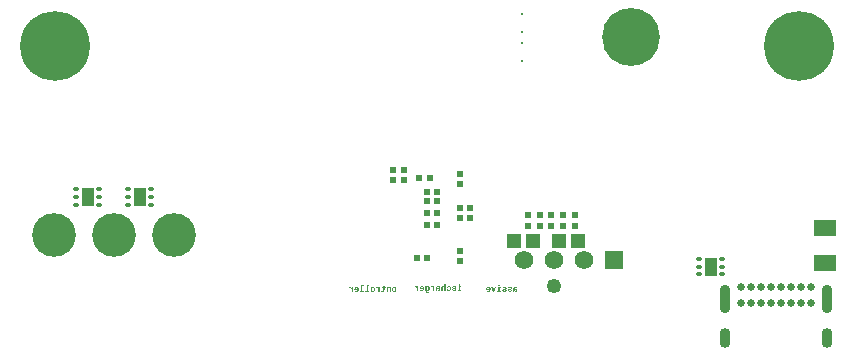
<source format=gbs>
G04*
G04 #@! TF.GenerationSoftware,Altium Limited,Altium Designer,25.8.1 (18)*
G04*
G04 Layer_Color=16711935*
%FSLAX44Y44*%
%MOMM*%
G71*
G04*
G04 #@! TF.SameCoordinates,CB7AE753-39BB-4508-A2AF-D9C63A25AC19*
G04*
G04*
G04 #@! TF.FilePolarity,Negative*
G04*
G01*
G75*
%ADD17R,0.6153X0.5725*%
%ADD20R,0.5725X0.6153*%
%ADD57R,1.1532X1.2032*%
%ADD58C,0.6500*%
%ADD59R,1.5700X1.5700*%
%ADD60C,1.5700*%
%ADD61R,0.2032X0.2032*%
%ADD62C,3.7032*%
%ADD63C,1.2500*%
%ADD64C,4.9032*%
%ADD65C,5.9032*%
G04:AMPARAMS|DCode=66|XSize=0.9mm|YSize=1.7mm|CornerRadius=0.45mm|HoleSize=0mm|Usage=FLASHONLY|Rotation=0.000|XOffset=0mm|YOffset=0mm|HoleType=Round|Shape=RoundedRectangle|*
%AMROUNDEDRECTD66*
21,1,0.9000,0.8000,0,0,0.0*
21,1,0.0000,1.7000,0,0,0.0*
1,1,0.9000,0.0000,-0.4000*
1,1,0.9000,0.0000,-0.4000*
1,1,0.9000,0.0000,0.4000*
1,1,0.9000,0.0000,0.4000*
%
%ADD66ROUNDEDRECTD66*%
G04:AMPARAMS|DCode=67|XSize=0.9mm|YSize=2.4mm|CornerRadius=0.45mm|HoleSize=0mm|Usage=FLASHONLY|Rotation=0.000|XOffset=0mm|YOffset=0mm|HoleType=Round|Shape=RoundedRectangle|*
%AMROUNDEDRECTD67*
21,1,0.9000,1.5000,0,0,0.0*
21,1,0.0000,2.4000,0,0,0.0*
1,1,0.9000,0.0000,-0.7500*
1,1,0.9000,0.0000,-0.7500*
1,1,0.9000,0.0000,0.7500*
1,1,0.9000,0.0000,0.7500*
%
%ADD67ROUNDEDRECTD67*%
G04:AMPARAMS|DCode=77|XSize=0.45mm|YSize=0.3mm|CornerRadius=0.0495mm|HoleSize=0mm|Usage=FLASHONLY|Rotation=0.000|XOffset=0mm|YOffset=0mm|HoleType=Round|Shape=RoundedRectangle|*
%AMROUNDEDRECTD77*
21,1,0.4500,0.2010,0,0,0.0*
21,1,0.3510,0.3000,0,0,0.0*
1,1,0.0990,0.1755,-0.1005*
1,1,0.0990,-0.1755,-0.1005*
1,1,0.0990,-0.1755,0.1005*
1,1,0.0990,0.1755,0.1005*
%
%ADD77ROUNDEDRECTD77*%
G04:AMPARAMS|DCode=78|XSize=1mm|YSize=1.6mm|CornerRadius=0.05mm|HoleSize=0mm|Usage=FLASHONLY|Rotation=0.000|XOffset=0mm|YOffset=0mm|HoleType=Round|Shape=RoundedRectangle|*
%AMROUNDEDRECTD78*
21,1,1.0000,1.5000,0,0,0.0*
21,1,0.9000,1.6000,0,0,0.0*
1,1,0.1000,0.4500,-0.7500*
1,1,0.1000,-0.4500,-0.7500*
1,1,0.1000,-0.4500,0.7500*
1,1,0.1000,0.4500,0.7500*
%
%ADD78ROUNDEDRECTD78*%
%ADD79R,1.9600X1.4200*%
G36*
X-36328Y11193D02*
X-35412D01*
Y10434D01*
X-36328D01*
Y8613D01*
Y8595D01*
Y8548D01*
X-36337Y8475D01*
Y8382D01*
X-36356Y8280D01*
X-36374Y8169D01*
X-36393Y8049D01*
X-36429Y7938D01*
X-36439Y7929D01*
X-36448Y7892D01*
X-36476Y7836D01*
X-36503Y7772D01*
X-36596Y7624D01*
X-36661Y7550D01*
X-36725Y7476D01*
X-36734Y7467D01*
X-36762Y7448D01*
X-36799Y7411D01*
X-36855Y7374D01*
X-36920Y7328D01*
X-36993Y7282D01*
X-37086Y7245D01*
X-37178Y7208D01*
X-37188D01*
X-37225Y7199D01*
X-37280Y7180D01*
X-37354Y7171D01*
X-37446Y7152D01*
X-37548Y7134D01*
X-37659Y7125D01*
X-37881D01*
X-37992Y7134D01*
X-38121Y7143D01*
X-38149D01*
X-38186Y7152D01*
X-38232D01*
X-38343Y7171D01*
X-38463Y7189D01*
X-38491D01*
X-38519Y7199D01*
X-38565Y7208D01*
X-38658Y7226D01*
X-38769Y7254D01*
X-38778D01*
X-38796Y7263D01*
X-38824Y7273D01*
X-38852Y7282D01*
X-38935Y7319D01*
X-39018Y7365D01*
X-38916Y8068D01*
X-38907D01*
X-38870Y8058D01*
X-38815Y8049D01*
X-38750Y8031D01*
X-38732D01*
X-38695Y8021D01*
X-38630Y8012D01*
X-38547Y8003D01*
X-38528D01*
X-38473Y7994D01*
X-38389Y7984D01*
X-38297Y7966D01*
X-38223D01*
X-38149Y7957D01*
X-38010D01*
X-37964Y7966D01*
X-37872Y7975D01*
X-37770Y7994D01*
X-37761D01*
X-37752Y8003D01*
X-37696Y8021D01*
X-37622Y8068D01*
X-37548Y8123D01*
X-37530Y8142D01*
X-37493Y8188D01*
X-37446Y8253D01*
X-37400Y8354D01*
Y8364D01*
X-37391Y8382D01*
X-37382Y8410D01*
Y8456D01*
X-37373Y8511D01*
X-37363Y8567D01*
X-37354Y8715D01*
Y10434D01*
X-38842D01*
Y11193D01*
X-37354D01*
Y12173D01*
X-36328D01*
Y11193D01*
D02*
G37*
G36*
X-59839Y11257D02*
X-59738Y11248D01*
X-59617Y11230D01*
X-59488Y11202D01*
X-59349Y11165D01*
X-59211Y11109D01*
X-59192Y11100D01*
X-59155Y11082D01*
X-59090Y11045D01*
X-59007Y10999D01*
X-58906Y10943D01*
X-58804Y10869D01*
X-58702Y10786D01*
X-58600Y10693D01*
X-58591Y10684D01*
X-58554Y10647D01*
X-58508Y10582D01*
X-58453Y10509D01*
X-58388Y10416D01*
X-58323Y10296D01*
X-58258Y10176D01*
X-58194Y10037D01*
X-58184Y10019D01*
X-58175Y9972D01*
X-58147Y9889D01*
X-58129Y9787D01*
X-58101Y9667D01*
X-58073Y9528D01*
X-58064Y9371D01*
X-58055Y9205D01*
Y9057D01*
Y9039D01*
Y8992D01*
X-58064Y8909D01*
X-58073Y8807D01*
X-58092Y8696D01*
X-58120Y8567D01*
X-58157Y8428D01*
X-58203Y8299D01*
X-58212Y8280D01*
X-58231Y8243D01*
X-58267Y8179D01*
X-58314Y8095D01*
X-58369Y7994D01*
X-58443Y7892D01*
X-58526Y7790D01*
X-58619Y7689D01*
X-58628Y7679D01*
X-58665Y7642D01*
X-58721Y7596D01*
X-58804Y7541D01*
X-58896Y7467D01*
X-59007Y7402D01*
X-59127Y7337D01*
X-59266Y7273D01*
X-59285Y7263D01*
X-59331Y7254D01*
X-59414Y7226D01*
X-59516Y7199D01*
X-59636Y7171D01*
X-59784Y7152D01*
X-59941Y7134D01*
X-60107Y7125D01*
X-60209D01*
X-60255Y7134D01*
X-60311D01*
X-60450Y7152D01*
X-60607Y7180D01*
X-60782Y7217D01*
X-60949Y7273D01*
X-61115Y7347D01*
X-61124D01*
X-61134Y7356D01*
X-61189Y7383D01*
X-61263Y7430D01*
X-61356Y7494D01*
X-61457Y7568D01*
X-61559Y7652D01*
X-61651Y7744D01*
X-61735Y7846D01*
X-61217Y8400D01*
X-61208Y8391D01*
X-61189Y8364D01*
X-61143Y8317D01*
X-61097Y8271D01*
X-61023Y8216D01*
X-60949Y8160D01*
X-60856Y8105D01*
X-60755Y8058D01*
X-60745D01*
X-60708Y8040D01*
X-60653Y8021D01*
X-60579Y8003D01*
X-60486Y7984D01*
X-60385Y7966D01*
X-60283Y7957D01*
X-60172Y7947D01*
X-60089D01*
X-60043Y7957D01*
X-59904Y7975D01*
X-59765Y8012D01*
X-59756D01*
X-59738Y8021D01*
X-59701Y8040D01*
X-59664Y8058D01*
X-59562Y8114D01*
X-59451Y8197D01*
X-59442Y8206D01*
X-59433Y8216D01*
X-59368Y8280D01*
X-59303Y8364D01*
X-59229Y8465D01*
Y8475D01*
X-59220Y8493D01*
X-59201Y8521D01*
X-59183Y8567D01*
X-59164Y8622D01*
X-59146Y8696D01*
X-59118Y8770D01*
X-59100Y8854D01*
Y8863D01*
X-61818D01*
Y9297D01*
Y9307D01*
Y9316D01*
Y9371D01*
X-61809Y9455D01*
X-61799Y9566D01*
X-61790Y9686D01*
X-61762Y9824D01*
X-61735Y9963D01*
X-61688Y10102D01*
X-61679Y10120D01*
X-61670Y10166D01*
X-61642Y10231D01*
X-61596Y10314D01*
X-61550Y10416D01*
X-61494Y10518D01*
X-61420Y10619D01*
X-61337Y10721D01*
X-61328Y10730D01*
X-61291Y10767D01*
X-61245Y10814D01*
X-61171Y10869D01*
X-61087Y10934D01*
X-60986Y10999D01*
X-60875Y11063D01*
X-60755Y11119D01*
X-60736Y11128D01*
X-60699Y11147D01*
X-60625Y11165D01*
X-60533Y11193D01*
X-60422Y11220D01*
X-60292Y11248D01*
X-60144Y11257D01*
X-59987Y11267D01*
X-59913D01*
X-59839Y11257D01*
D02*
G37*
G36*
X-32981D02*
X-32907Y11248D01*
X-32833Y11239D01*
X-32676Y11202D01*
X-32666D01*
X-32639Y11193D01*
X-32602Y11174D01*
X-32546Y11156D01*
X-32426Y11091D01*
X-32287Y11008D01*
X-32269Y10999D01*
X-32223Y10962D01*
X-32167Y10906D01*
X-32093Y10841D01*
X-32075Y10823D01*
X-32038Y10786D01*
X-31982Y10721D01*
X-31918Y10638D01*
X-31862Y11193D01*
X-30928D01*
Y7199D01*
X-31955D01*
Y10037D01*
X-31964Y10056D01*
X-31992Y10083D01*
X-32029Y10139D01*
X-32075Y10185D01*
X-32084Y10194D01*
X-32121Y10222D01*
X-32158Y10259D01*
X-32213Y10296D01*
X-32232Y10305D01*
X-32278Y10333D01*
X-32343Y10370D01*
X-32426Y10398D01*
X-32435D01*
X-32445Y10407D01*
X-32472D01*
X-32509Y10416D01*
X-32602Y10425D01*
X-32703Y10434D01*
X-32805D01*
X-32907Y10416D01*
X-33018Y10398D01*
X-33027D01*
X-33046Y10388D01*
X-33073Y10379D01*
X-33101Y10370D01*
X-33184Y10333D01*
X-33267Y10277D01*
X-33286Y10259D01*
X-33323Y10213D01*
X-33369Y10129D01*
X-33415Y10028D01*
Y10019D01*
X-33425Y10000D01*
X-33434Y9972D01*
X-33443Y9926D01*
X-33452Y9871D01*
X-33462Y9806D01*
X-33471Y9723D01*
Y9639D01*
Y7199D01*
X-34497D01*
Y9658D01*
Y9667D01*
Y9676D01*
Y9732D01*
X-34488Y9815D01*
Y9917D01*
X-34469Y10028D01*
X-34451Y10157D01*
X-34432Y10277D01*
X-34395Y10398D01*
Y10407D01*
X-34377Y10453D01*
X-34358Y10509D01*
X-34321Y10573D01*
X-34238Y10740D01*
X-34183Y10823D01*
X-34118Y10897D01*
X-34109Y10906D01*
X-34081Y10925D01*
X-34044Y10962D01*
X-33998Y11008D01*
X-33933Y11054D01*
X-33850Y11100D01*
X-33767Y11137D01*
X-33674Y11174D01*
X-33665D01*
X-33628Y11193D01*
X-33582Y11202D01*
X-33508Y11220D01*
X-33434Y11239D01*
X-33332Y11248D01*
X-33231Y11267D01*
X-33036D01*
X-32981Y11257D01*
D02*
G37*
G36*
X-42735D02*
X-42633Y11239D01*
X-42522Y11220D01*
X-42393Y11183D01*
X-42263Y11137D01*
X-42134Y11072D01*
X-42116Y11063D01*
X-42078Y11035D01*
X-42014Y10989D01*
X-41931Y10934D01*
X-41838Y10860D01*
X-41746Y10767D01*
X-41644Y10656D01*
X-41551Y10536D01*
X-41542Y10629D01*
X-41505Y11193D01*
X-40544D01*
Y7199D01*
X-41570D01*
Y9593D01*
Y9602D01*
X-41579Y9621D01*
X-41598Y9658D01*
X-41616Y9695D01*
X-41672Y9797D01*
X-41746Y9889D01*
X-41755Y9898D01*
X-41764Y9908D01*
X-41820Y9963D01*
X-41903Y10037D01*
X-42014Y10102D01*
X-42023D01*
X-42032Y10111D01*
X-42060Y10120D01*
X-42097Y10139D01*
X-42180Y10176D01*
X-42291Y10203D01*
X-42300D01*
X-42319Y10213D01*
X-42356D01*
X-42402Y10222D01*
X-42458Y10231D01*
X-42522D01*
X-42661Y10240D01*
X-42781D01*
X-42837Y10231D01*
X-42911D01*
X-43059Y10213D01*
X-43095D01*
X-43133Y10203D01*
X-43188Y10194D01*
X-43253Y10185D01*
X-43327Y10176D01*
X-43475Y10148D01*
X-43632Y11165D01*
X-43622D01*
X-43613Y11174D01*
X-43586D01*
X-43549Y11183D01*
X-43502Y11193D01*
X-43447Y11211D01*
X-43308Y11230D01*
X-43299D01*
X-43271Y11239D01*
X-43234D01*
X-43179Y11248D01*
X-43123Y11257D01*
X-43049D01*
X-42883Y11267D01*
X-42818D01*
X-42735Y11257D01*
D02*
G37*
G36*
X-49299Y12034D02*
X-50501D01*
Y8031D01*
X-49299D01*
Y7199D01*
X-52683D01*
Y8031D01*
X-51537D01*
Y12875D01*
X-49299D01*
Y12034D01*
D02*
G37*
G36*
X-53839D02*
X-55041D01*
Y8031D01*
X-53839D01*
Y7199D01*
X-57223D01*
Y8031D01*
X-56076D01*
Y12875D01*
X-53839D01*
Y12034D01*
D02*
G37*
G36*
X-65433Y11257D02*
X-65331Y11239D01*
X-65220Y11220D01*
X-65091Y11183D01*
X-64961Y11137D01*
X-64832Y11072D01*
X-64813Y11063D01*
X-64777Y11035D01*
X-64712Y10989D01*
X-64629Y10934D01*
X-64536Y10860D01*
X-64444Y10767D01*
X-64342Y10656D01*
X-64250Y10536D01*
X-64240Y10629D01*
X-64203Y11193D01*
X-63242D01*
Y7199D01*
X-64268D01*
Y9593D01*
Y9602D01*
X-64277Y9621D01*
X-64296Y9658D01*
X-64314Y9695D01*
X-64370Y9797D01*
X-64444Y9889D01*
X-64453Y9898D01*
X-64462Y9908D01*
X-64518Y9963D01*
X-64601Y10037D01*
X-64712Y10102D01*
X-64721D01*
X-64730Y10111D01*
X-64758Y10120D01*
X-64795Y10139D01*
X-64878Y10176D01*
X-64989Y10203D01*
X-64998D01*
X-65017Y10213D01*
X-65054D01*
X-65100Y10222D01*
X-65156Y10231D01*
X-65220D01*
X-65359Y10240D01*
X-65479D01*
X-65535Y10231D01*
X-65609D01*
X-65757Y10213D01*
X-65793D01*
X-65830Y10203D01*
X-65886Y10194D01*
X-65951Y10185D01*
X-66025Y10176D01*
X-66172Y10148D01*
X-66330Y11165D01*
X-66321D01*
X-66311Y11174D01*
X-66283D01*
X-66247Y11183D01*
X-66200Y11193D01*
X-66145Y11211D01*
X-66006Y11230D01*
X-65997D01*
X-65969Y11239D01*
X-65932D01*
X-65877Y11248D01*
X-65821Y11257D01*
X-65747D01*
X-65581Y11267D01*
X-65516D01*
X-65433Y11257D01*
D02*
G37*
G36*
X-27979D02*
X-27868Y11248D01*
X-27739Y11230D01*
X-27609Y11202D01*
X-27471Y11165D01*
X-27332Y11109D01*
X-27313Y11100D01*
X-27276Y11082D01*
X-27212Y11045D01*
X-27128Y10999D01*
X-27036Y10943D01*
X-26934Y10869D01*
X-26832Y10786D01*
X-26740Y10684D01*
X-26731Y10675D01*
X-26703Y10638D01*
X-26657Y10573D01*
X-26601Y10499D01*
X-26546Y10407D01*
X-26481Y10296D01*
X-26426Y10176D01*
X-26370Y10037D01*
X-26361Y10019D01*
X-26352Y9972D01*
X-26333Y9898D01*
X-26315Y9797D01*
X-26287Y9676D01*
X-26268Y9538D01*
X-26259Y9390D01*
X-26250Y9233D01*
Y9149D01*
Y9140D01*
Y9131D01*
Y9075D01*
X-26259Y8992D01*
X-26268Y8881D01*
X-26278Y8761D01*
X-26305Y8622D01*
X-26333Y8484D01*
X-26370Y8336D01*
X-26379Y8317D01*
X-26398Y8271D01*
X-26426Y8206D01*
X-26463Y8114D01*
X-26518Y8021D01*
X-26583Y7911D01*
X-26657Y7800D01*
X-26740Y7698D01*
X-26749Y7689D01*
X-26786Y7652D01*
X-26832Y7605D01*
X-26906Y7541D01*
X-26990Y7476D01*
X-27091Y7402D01*
X-27202Y7337D01*
X-27332Y7273D01*
X-27350Y7263D01*
X-27397Y7254D01*
X-27471Y7226D01*
X-27572Y7199D01*
X-27683Y7171D01*
X-27822Y7152D01*
X-27979Y7134D01*
X-28136Y7125D01*
X-28210D01*
X-28303Y7134D01*
X-28404Y7143D01*
X-28534Y7162D01*
X-28663Y7189D01*
X-28802Y7226D01*
X-28940Y7273D01*
X-28959Y7282D01*
X-28996Y7300D01*
X-29061Y7337D01*
X-29144Y7383D01*
X-29236Y7439D01*
X-29338Y7513D01*
X-29440Y7596D01*
X-29532Y7698D01*
X-29541Y7707D01*
X-29569Y7744D01*
X-29615Y7800D01*
X-29671Y7883D01*
X-29726Y7975D01*
X-29782Y8077D01*
X-29847Y8206D01*
X-29893Y8336D01*
X-29902Y8354D01*
X-29911Y8400D01*
X-29930Y8475D01*
X-29957Y8576D01*
X-29985Y8706D01*
X-30004Y8835D01*
X-30013Y8992D01*
X-30022Y9149D01*
Y9233D01*
Y9242D01*
Y9251D01*
Y9307D01*
X-30013Y9390D01*
X-30004Y9501D01*
X-29994Y9621D01*
X-29967Y9760D01*
X-29939Y9898D01*
X-29893Y10037D01*
X-29884Y10056D01*
X-29874Y10102D01*
X-29847Y10166D01*
X-29800Y10259D01*
X-29754Y10361D01*
X-29689Y10462D01*
X-29615Y10573D01*
X-29532Y10684D01*
X-29523Y10693D01*
X-29486Y10730D01*
X-29430Y10777D01*
X-29366Y10841D01*
X-29273Y10906D01*
X-29172Y10980D01*
X-29061Y11045D01*
X-28931Y11109D01*
X-28913Y11119D01*
X-28867Y11137D01*
X-28793Y11156D01*
X-28700Y11193D01*
X-28580Y11220D01*
X-28451Y11239D01*
X-28303Y11257D01*
X-28136Y11267D01*
X-28062D01*
X-27979Y11257D01*
D02*
G37*
G36*
X-46137D02*
X-46026Y11248D01*
X-45897Y11230D01*
X-45767Y11202D01*
X-45629Y11165D01*
X-45490Y11109D01*
X-45472Y11100D01*
X-45435Y11082D01*
X-45370Y11045D01*
X-45287Y10999D01*
X-45194Y10943D01*
X-45093Y10869D01*
X-44991Y10786D01*
X-44898Y10684D01*
X-44889Y10675D01*
X-44861Y10638D01*
X-44815Y10573D01*
X-44760Y10499D01*
X-44704Y10407D01*
X-44640Y10296D01*
X-44584Y10176D01*
X-44529Y10037D01*
X-44519Y10019D01*
X-44510Y9972D01*
X-44492Y9898D01*
X-44473Y9797D01*
X-44445Y9676D01*
X-44427Y9538D01*
X-44418Y9390D01*
X-44408Y9233D01*
Y9149D01*
Y9140D01*
Y9131D01*
Y9075D01*
X-44418Y8992D01*
X-44427Y8881D01*
X-44436Y8761D01*
X-44464Y8622D01*
X-44492Y8484D01*
X-44529Y8336D01*
X-44538Y8317D01*
X-44556Y8271D01*
X-44584Y8206D01*
X-44621Y8114D01*
X-44676Y8021D01*
X-44741Y7911D01*
X-44815Y7800D01*
X-44898Y7698D01*
X-44908Y7689D01*
X-44945Y7652D01*
X-44991Y7605D01*
X-45065Y7541D01*
X-45148Y7476D01*
X-45250Y7402D01*
X-45361Y7337D01*
X-45490Y7273D01*
X-45509Y7263D01*
X-45555Y7254D01*
X-45629Y7226D01*
X-45731Y7199D01*
X-45841Y7171D01*
X-45980Y7152D01*
X-46137Y7134D01*
X-46294Y7125D01*
X-46368D01*
X-46461Y7134D01*
X-46563Y7143D01*
X-46692Y7162D01*
X-46821Y7189D01*
X-46960Y7226D01*
X-47099Y7273D01*
X-47117Y7282D01*
X-47154Y7300D01*
X-47219Y7337D01*
X-47302Y7383D01*
X-47395Y7439D01*
X-47496Y7513D01*
X-47598Y7596D01*
X-47691Y7698D01*
X-47700Y7707D01*
X-47728Y7744D01*
X-47774Y7800D01*
X-47829Y7883D01*
X-47885Y7975D01*
X-47940Y8077D01*
X-48005Y8206D01*
X-48051Y8336D01*
X-48060Y8354D01*
X-48070Y8400D01*
X-48088Y8475D01*
X-48116Y8576D01*
X-48144Y8706D01*
X-48162Y8835D01*
X-48171Y8992D01*
X-48181Y9149D01*
Y9233D01*
Y9242D01*
Y9251D01*
Y9307D01*
X-48171Y9390D01*
X-48162Y9501D01*
X-48153Y9621D01*
X-48125Y9760D01*
X-48097Y9898D01*
X-48051Y10037D01*
X-48042Y10056D01*
X-48033Y10102D01*
X-48005Y10166D01*
X-47959Y10259D01*
X-47913Y10361D01*
X-47848Y10462D01*
X-47774Y10573D01*
X-47691Y10684D01*
X-47681Y10693D01*
X-47644Y10730D01*
X-47589Y10777D01*
X-47524Y10841D01*
X-47432Y10906D01*
X-47330Y10980D01*
X-47219Y11045D01*
X-47090Y11109D01*
X-47071Y11119D01*
X-47025Y11137D01*
X-46951Y11156D01*
X-46859Y11193D01*
X-46738Y11220D01*
X-46609Y11239D01*
X-46461Y11257D01*
X-46294Y11267D01*
X-46220D01*
X-46137Y11257D01*
D02*
G37*
G36*
X27169Y13504D02*
X27252Y13495D01*
X27335Y13467D01*
X27354Y13458D01*
X27400Y13439D01*
X27456Y13412D01*
X27520Y13365D01*
X27530Y13356D01*
X27566Y13319D01*
X27603Y13264D01*
X27641Y13190D01*
X27650Y13171D01*
X27659Y13125D01*
X27668Y13051D01*
X27678Y12968D01*
Y12959D01*
Y12949D01*
X27668Y12894D01*
X27659Y12820D01*
X27641Y12746D01*
X27631Y12728D01*
X27603Y12691D01*
X27566Y12635D01*
X27520Y12579D01*
X27502Y12570D01*
X27465Y12533D01*
X27409Y12496D01*
X27335Y12459D01*
X27326D01*
X27317Y12450D01*
X27261Y12441D01*
X27188Y12432D01*
X27086Y12422D01*
X27039D01*
X26993Y12432D01*
X26929Y12441D01*
X26864Y12459D01*
X26790Y12487D01*
X26725Y12524D01*
X26660Y12570D01*
X26651Y12579D01*
X26633Y12598D01*
X26605Y12635D01*
X26577Y12681D01*
X26549Y12737D01*
X26522Y12801D01*
X26503Y12885D01*
X26494Y12968D01*
Y12977D01*
Y13005D01*
X26503Y13051D01*
X26512Y13106D01*
X26531Y13171D01*
X26568Y13236D01*
X26605Y13301D01*
X26660Y13356D01*
X26670Y13365D01*
X26688Y13384D01*
X26725Y13402D01*
X26771Y13439D01*
X26836Y13467D01*
X26910Y13486D01*
X26993Y13504D01*
X27086Y13513D01*
X27104D01*
X27169Y13504D01*
D02*
G37*
G36*
X403Y12006D02*
X486Y11997D01*
X597Y11979D01*
X708Y11951D01*
X828Y11914D01*
X939Y11868D01*
X949Y11858D01*
X985Y11840D01*
X1041Y11803D01*
X1115Y11757D01*
X1189Y11701D01*
X1281Y11627D01*
X1364Y11544D01*
X1448Y11452D01*
X1457Y11442D01*
X1485Y11405D01*
X1522Y11350D01*
X1568Y11267D01*
X1623Y11174D01*
X1670Y11063D01*
X1725Y10943D01*
X1771Y10804D01*
Y10786D01*
X1790Y10740D01*
X1808Y10656D01*
X1827Y10555D01*
X1845Y10434D01*
X1864Y10296D01*
X1873Y10139D01*
X1882Y9972D01*
Y9898D01*
Y9889D01*
Y9880D01*
Y9824D01*
X1873Y9741D01*
X1864Y9630D01*
X1855Y9501D01*
X1836Y9371D01*
X1808Y9223D01*
X1771Y9085D01*
X1762Y9066D01*
X1753Y9020D01*
X1725Y8955D01*
X1688Y8863D01*
X1642Y8770D01*
X1586Y8659D01*
X1522Y8548D01*
X1448Y8447D01*
X1438Y8438D01*
X1411Y8400D01*
X1364Y8354D01*
X1300Y8290D01*
X1226Y8225D01*
X1143Y8151D01*
X1050Y8086D01*
X939Y8021D01*
X930Y8012D01*
X884Y8003D01*
X828Y7975D01*
X745Y7947D01*
X643Y7920D01*
X532Y7901D01*
X412Y7883D01*
X273Y7873D01*
X200D01*
X153Y7883D01*
X42Y7892D01*
X-78Y7911D01*
X-87D01*
X-105Y7920D01*
X-143Y7929D01*
X-180Y7938D01*
X-281Y7975D01*
X-383Y8021D01*
X-401Y8031D01*
X-438Y8058D01*
X-494Y8095D01*
X-559Y8142D01*
X-577Y8151D01*
X-614Y8188D01*
X-660Y8234D01*
X-716Y8290D01*
Y8058D01*
Y8049D01*
Y8021D01*
Y7984D01*
X-706Y7938D01*
X-688Y7827D01*
X-651Y7707D01*
Y7698D01*
X-642Y7679D01*
X-632Y7652D01*
X-614Y7615D01*
X-559Y7522D01*
X-494Y7430D01*
X-485Y7420D01*
X-475Y7411D01*
X-448Y7393D01*
X-411Y7365D01*
X-318Y7300D01*
X-198Y7245D01*
X-189D01*
X-170Y7236D01*
X-133Y7226D01*
X-87Y7217D01*
X-22Y7199D01*
X42Y7189D01*
X200Y7180D01*
X292D01*
X375Y7189D01*
X477Y7208D01*
X486D01*
X495Y7217D01*
X560Y7226D01*
X634Y7254D01*
X727Y7291D01*
X736D01*
X745Y7300D01*
X810Y7328D01*
X884Y7374D01*
X976Y7439D01*
X985D01*
X995Y7458D01*
X1041Y7494D01*
X1106Y7559D01*
X1180Y7642D01*
X1642Y7014D01*
X1633Y7004D01*
X1614Y6986D01*
X1596Y6958D01*
X1559Y6912D01*
X1457Y6819D01*
X1337Y6727D01*
X1328Y6718D01*
X1300Y6709D01*
X1263Y6681D01*
X1217Y6662D01*
X1161Y6625D01*
X1096Y6598D01*
X949Y6533D01*
X939D01*
X912Y6524D01*
X874Y6505D01*
X819Y6487D01*
X764Y6468D01*
X690Y6450D01*
X542Y6413D01*
X532D01*
X505Y6403D01*
X468D01*
X412Y6394D01*
X292Y6385D01*
X153Y6376D01*
X79D01*
X-4Y6385D01*
X-105Y6394D01*
X-226Y6403D01*
X-346Y6431D01*
X-485Y6459D01*
X-614Y6496D01*
X-632Y6505D01*
X-670Y6514D01*
X-743Y6542D01*
X-827Y6579D01*
X-919Y6625D01*
X-1021Y6681D01*
X-1123Y6746D01*
X-1224Y6819D01*
X-1234Y6829D01*
X-1261Y6856D01*
X-1308Y6903D01*
X-1363Y6967D01*
X-1418Y7051D01*
X-1483Y7143D01*
X-1548Y7245D01*
X-1603Y7356D01*
X-1613Y7374D01*
X-1622Y7411D01*
X-1650Y7476D01*
X-1677Y7568D01*
X-1696Y7670D01*
X-1724Y7790D01*
X-1733Y7929D01*
X-1742Y8077D01*
Y11942D01*
X-808D01*
X-771Y11562D01*
X-762Y11581D01*
X-725Y11618D01*
X-670Y11674D01*
X-605Y11729D01*
X-586Y11738D01*
X-549Y11775D01*
X-485Y11812D01*
X-411Y11858D01*
X-401D01*
X-392Y11877D01*
X-364Y11886D01*
X-327Y11905D01*
X-226Y11942D01*
X-105Y11979D01*
X-96D01*
X-78Y11988D01*
X-41D01*
X5Y11997D01*
X61Y12006D01*
X116D01*
X264Y12016D01*
X329D01*
X403Y12006D01*
D02*
G37*
G36*
X15399Y7947D02*
X14373D01*
Y10832D01*
X14364Y10841D01*
X14336Y10878D01*
X14299Y10925D01*
X14244Y10971D01*
X14234Y10980D01*
X14197Y11008D01*
X14142Y11045D01*
X14077Y11082D01*
X14059Y11091D01*
X14013Y11109D01*
X13948Y11137D01*
X13865Y11156D01*
X13855D01*
X13846Y11165D01*
X13791Y11174D01*
X13707Y11183D01*
X13550D01*
X13504Y11174D01*
X13402Y11165D01*
X13291Y11137D01*
X13282D01*
X13264Y11128D01*
X13208Y11100D01*
X13134Y11054D01*
X13051Y10989D01*
X13042D01*
X13032Y10971D01*
X12996Y10925D01*
X12949Y10841D01*
X12903Y10740D01*
Y10730D01*
X12894Y10712D01*
X12885Y10675D01*
X12875Y10638D01*
X12866Y10582D01*
X12857Y10518D01*
X12847Y10370D01*
Y7947D01*
X11821D01*
Y10361D01*
Y10370D01*
Y10379D01*
Y10434D01*
X11831Y10518D01*
Y10619D01*
X11849Y10740D01*
X11868Y10869D01*
X11886Y10999D01*
X11923Y11119D01*
Y11137D01*
X11941Y11174D01*
X11969Y11230D01*
X11997Y11304D01*
X12089Y11470D01*
X12154Y11553D01*
X12219Y11627D01*
X12228Y11637D01*
X12256Y11664D01*
X12293Y11701D01*
X12348Y11738D01*
X12413Y11794D01*
X12487Y11840D01*
X12579Y11886D01*
X12672Y11923D01*
X12681D01*
X12718Y11942D01*
X12774Y11951D01*
X12838Y11969D01*
X12922Y11988D01*
X13023Y11997D01*
X13134Y12016D01*
X13319D01*
X13375Y12006D01*
X13504Y11988D01*
X13652Y11951D01*
X13661D01*
X13689Y11942D01*
X13726Y11923D01*
X13772Y11905D01*
X13883Y11849D01*
X14003Y11775D01*
X14022Y11766D01*
X14068Y11729D01*
X14133Y11674D01*
X14207Y11600D01*
X14225Y11581D01*
X14262Y11544D01*
X14318Y11479D01*
X14373Y11396D01*
Y13624D01*
X15399D01*
Y7947D01*
D02*
G37*
G36*
X9325Y12006D02*
X9427D01*
X9538Y11988D01*
X9658Y11969D01*
X9778Y11951D01*
X9898Y11914D01*
X9907D01*
X9954Y11895D01*
X10009Y11877D01*
X10083Y11840D01*
X10166Y11803D01*
X10250Y11757D01*
X10342Y11701D01*
X10425Y11637D01*
X10434Y11627D01*
X10462Y11609D01*
X10499Y11572D01*
X10545Y11525D01*
X10601Y11470D01*
X10656Y11396D01*
X10712Y11322D01*
X10758Y11239D01*
Y11230D01*
X10776Y11202D01*
X10795Y11156D01*
X10813Y11091D01*
X10832Y11017D01*
X10850Y10934D01*
X10860Y10841D01*
X10869Y10749D01*
X9843D01*
Y10758D01*
Y10767D01*
Y10814D01*
X9833Y10878D01*
X9815Y10943D01*
X9806Y10962D01*
X9787Y10999D01*
X9760Y11045D01*
X9713Y11100D01*
X9704Y11109D01*
X9658Y11147D01*
X9602Y11174D01*
X9519Y11211D01*
X9510D01*
X9501Y11220D01*
X9473D01*
X9436Y11230D01*
X9353Y11239D01*
X9242Y11248D01*
X9177D01*
X9131Y11239D01*
X9029Y11230D01*
X8918Y11202D01*
X8909D01*
X8890Y11193D01*
X8835Y11165D01*
X8761Y11128D01*
X8687Y11072D01*
X8669Y11054D01*
X8632Y11017D01*
X8585Y10952D01*
X8548Y10878D01*
Y10869D01*
X8539Y10860D01*
X8521Y10804D01*
X8511Y10721D01*
X8502Y10619D01*
Y10388D01*
X9233D01*
X9344Y10379D01*
X9464Y10370D01*
X9593Y10351D01*
X9732Y10333D01*
X9861Y10305D01*
X9880D01*
X9917Y10296D01*
X9981Y10277D01*
X10065Y10250D01*
X10157Y10213D01*
X10250Y10176D01*
X10351Y10129D01*
X10444Y10074D01*
X10453Y10065D01*
X10490Y10046D01*
X10536Y10009D01*
X10592Y9963D01*
X10656Y9898D01*
X10712Y9824D01*
X10776Y9741D01*
X10832Y9649D01*
X10841Y9639D01*
X10850Y9602D01*
X10869Y9556D01*
X10897Y9482D01*
X10925Y9399D01*
X10943Y9297D01*
X10952Y9186D01*
X10961Y9066D01*
Y9057D01*
Y9020D01*
X10952Y8974D01*
Y8909D01*
X10934Y8835D01*
X10915Y8752D01*
X10897Y8669D01*
X10860Y8585D01*
X10850Y8576D01*
X10841Y8548D01*
X10813Y8511D01*
X10776Y8456D01*
X10684Y8336D01*
X10564Y8206D01*
X10555Y8197D01*
X10527Y8179D01*
X10490Y8151D01*
X10444Y8114D01*
X10379Y8077D01*
X10305Y8031D01*
X10129Y7957D01*
X10120D01*
X10083Y7947D01*
X10028Y7929D01*
X9963Y7920D01*
X9880Y7901D01*
X9778Y7883D01*
X9667Y7873D01*
X9491D01*
X9445Y7883D01*
X9334Y7892D01*
X9214Y7911D01*
X9205D01*
X9186Y7920D01*
X9149Y7929D01*
X9112Y7938D01*
X9011Y7966D01*
X8909Y8003D01*
X8900D01*
X8890Y8012D01*
X8826Y8040D01*
X8752Y8086D01*
X8669Y8142D01*
X8659D01*
X8650Y8160D01*
X8604Y8197D01*
X8539Y8253D01*
X8465Y8317D01*
Y8308D01*
Y8299D01*
X8456Y8253D01*
X8437Y8188D01*
X8428Y8114D01*
X8419Y8095D01*
X8410Y8058D01*
X8391Y8003D01*
X8363Y7947D01*
X7319D01*
Y8003D01*
Y8012D01*
X7328Y8031D01*
X7346Y8068D01*
X7365Y8105D01*
X7383Y8160D01*
X7402Y8225D01*
X7439Y8364D01*
Y8373D01*
X7448Y8400D01*
Y8447D01*
X7457Y8511D01*
X7467Y8585D01*
Y8678D01*
X7476Y8780D01*
Y8900D01*
Y10619D01*
Y10638D01*
Y10675D01*
X7485Y10740D01*
X7494Y10823D01*
X7504Y10915D01*
X7531Y11017D01*
X7559Y11119D01*
X7605Y11220D01*
X7614Y11230D01*
X7633Y11267D01*
X7661Y11313D01*
X7698Y11378D01*
X7753Y11442D01*
X7809Y11525D01*
X7883Y11600D01*
X7966Y11664D01*
X7975Y11674D01*
X8003Y11692D01*
X8058Y11729D01*
X8123Y11766D01*
X8197Y11803D01*
X8289Y11849D01*
X8400Y11886D01*
X8511Y11923D01*
X8521D01*
X8567Y11942D01*
X8632Y11951D01*
X8705Y11969D01*
X8807Y11988D01*
X8927Y11997D01*
X9048Y12016D01*
X9251D01*
X9325Y12006D01*
D02*
G37*
G36*
X-4433D02*
X-4331Y11997D01*
X-4211Y11979D01*
X-4081Y11951D01*
X-3943Y11914D01*
X-3804Y11858D01*
X-3785Y11849D01*
X-3748Y11831D01*
X-3684Y11794D01*
X-3600Y11747D01*
X-3499Y11692D01*
X-3397Y11618D01*
X-3295Y11535D01*
X-3194Y11442D01*
X-3184Y11433D01*
X-3147Y11396D01*
X-3101Y11331D01*
X-3046Y11257D01*
X-2981Y11165D01*
X-2916Y11045D01*
X-2851Y10925D01*
X-2787Y10786D01*
X-2777Y10767D01*
X-2768Y10721D01*
X-2740Y10638D01*
X-2722Y10536D01*
X-2694Y10416D01*
X-2667Y10277D01*
X-2657Y10120D01*
X-2648Y9954D01*
Y9806D01*
Y9787D01*
Y9741D01*
X-2657Y9658D01*
X-2667Y9556D01*
X-2685Y9445D01*
X-2713Y9316D01*
X-2750Y9177D01*
X-2796Y9048D01*
X-2805Y9029D01*
X-2824Y8992D01*
X-2861Y8928D01*
X-2907Y8844D01*
X-2962Y8743D01*
X-3036Y8641D01*
X-3120Y8539D01*
X-3212Y8438D01*
X-3221Y8428D01*
X-3258Y8391D01*
X-3314Y8345D01*
X-3397Y8290D01*
X-3489Y8216D01*
X-3600Y8151D01*
X-3721Y8086D01*
X-3859Y8021D01*
X-3878Y8012D01*
X-3924Y8003D01*
X-4007Y7975D01*
X-4109Y7947D01*
X-4229Y7920D01*
X-4377Y7901D01*
X-4534Y7883D01*
X-4701Y7873D01*
X-4802D01*
X-4848Y7883D01*
X-4904D01*
X-5043Y7901D01*
X-5200Y7929D01*
X-5375Y7966D01*
X-5542Y8021D01*
X-5708Y8095D01*
X-5718D01*
X-5727Y8105D01*
X-5782Y8132D01*
X-5856Y8179D01*
X-5949Y8243D01*
X-6051Y8317D01*
X-6152Y8400D01*
X-6245Y8493D01*
X-6328Y8595D01*
X-5810Y9149D01*
X-5801Y9140D01*
X-5782Y9112D01*
X-5736Y9066D01*
X-5690Y9020D01*
X-5616Y8964D01*
X-5542Y8909D01*
X-5450Y8854D01*
X-5348Y8807D01*
X-5339D01*
X-5302Y8789D01*
X-5246Y8770D01*
X-5172Y8752D01*
X-5080Y8733D01*
X-4978Y8715D01*
X-4876Y8706D01*
X-4765Y8696D01*
X-4682D01*
X-4636Y8706D01*
X-4497Y8724D01*
X-4358Y8761D01*
X-4349D01*
X-4331Y8770D01*
X-4294Y8789D01*
X-4257Y8807D01*
X-4155Y8863D01*
X-4044Y8946D01*
X-4035Y8955D01*
X-4026Y8964D01*
X-3961Y9029D01*
X-3896Y9112D01*
X-3822Y9214D01*
Y9223D01*
X-3813Y9242D01*
X-3794Y9270D01*
X-3776Y9316D01*
X-3758Y9371D01*
X-3739Y9445D01*
X-3711Y9519D01*
X-3693Y9602D01*
Y9612D01*
X-6411D01*
Y10046D01*
Y10056D01*
Y10065D01*
Y10120D01*
X-6402Y10203D01*
X-6392Y10314D01*
X-6383Y10434D01*
X-6356Y10573D01*
X-6328Y10712D01*
X-6282Y10851D01*
X-6272Y10869D01*
X-6263Y10915D01*
X-6235Y10980D01*
X-6189Y11063D01*
X-6143Y11165D01*
X-6087Y11267D01*
X-6014Y11368D01*
X-5930Y11470D01*
X-5921Y11479D01*
X-5884Y11516D01*
X-5838Y11562D01*
X-5764Y11618D01*
X-5681Y11683D01*
X-5579Y11747D01*
X-5468Y11812D01*
X-5348Y11868D01*
X-5329Y11877D01*
X-5292Y11895D01*
X-5218Y11914D01*
X-5126Y11942D01*
X-5015Y11969D01*
X-4886Y11997D01*
X-4738Y12006D01*
X-4580Y12016D01*
X-4506D01*
X-4433Y12006D01*
D02*
G37*
G36*
X18321D02*
X18432Y11997D01*
X18552Y11979D01*
X18691Y11951D01*
X18829Y11914D01*
X18968Y11858D01*
X18987Y11849D01*
X19024Y11831D01*
X19088Y11794D01*
X19172Y11747D01*
X19264Y11683D01*
X19366Y11609D01*
X19467Y11525D01*
X19560Y11424D01*
X19569Y11415D01*
X19597Y11378D01*
X19643Y11322D01*
X19689Y11248D01*
X19745Y11147D01*
X19809Y11045D01*
X19865Y10915D01*
X19911Y10786D01*
X19920Y10767D01*
X19930Y10721D01*
X19948Y10647D01*
X19967Y10546D01*
X19994Y10425D01*
X20013Y10296D01*
X20022Y10148D01*
X20031Y9991D01*
Y9880D01*
Y9861D01*
Y9806D01*
X20022Y9732D01*
X20013Y9630D01*
X20004Y9510D01*
X19976Y9371D01*
X19948Y9233D01*
X19911Y9094D01*
X19902Y9075D01*
X19893Y9029D01*
X19856Y8964D01*
X19819Y8872D01*
X19772Y8780D01*
X19708Y8669D01*
X19634Y8558D01*
X19551Y8456D01*
X19541Y8447D01*
X19504Y8410D01*
X19458Y8364D01*
X19393Y8299D01*
X19310Y8225D01*
X19209Y8160D01*
X19098Y8086D01*
X18968Y8021D01*
X18950Y8012D01*
X18903Y8003D01*
X18829Y7975D01*
X18737Y7947D01*
X18617Y7920D01*
X18478Y7901D01*
X18321Y7883D01*
X18154Y7873D01*
X18099D01*
X18025Y7883D01*
X17942D01*
X17840Y7901D01*
X17729Y7920D01*
X17609Y7938D01*
X17498Y7975D01*
X17480Y7984D01*
X17443Y7994D01*
X17387Y8021D01*
X17313Y8058D01*
X17230Y8095D01*
X17138Y8151D01*
X16953Y8271D01*
X16943Y8280D01*
X16916Y8308D01*
X16869Y8345D01*
X16823Y8400D01*
X16758Y8465D01*
X16703Y8548D01*
X16647Y8641D01*
X16592Y8733D01*
X16583Y8743D01*
X16573Y8780D01*
X16546Y8835D01*
X16527Y8909D01*
X16500Y8992D01*
X16481Y9085D01*
X16463Y9196D01*
Y9307D01*
X17433D01*
Y9297D01*
Y9279D01*
Y9260D01*
Y9223D01*
X17452Y9140D01*
X17480Y9048D01*
X17489Y9029D01*
X17517Y8983D01*
X17572Y8928D01*
X17637Y8863D01*
X17646D01*
X17655Y8854D01*
X17711Y8817D01*
X17785Y8770D01*
X17886Y8733D01*
X17896D01*
X17905Y8724D01*
X17933Y8715D01*
X17970D01*
X18062Y8696D01*
X18173Y8687D01*
X18210D01*
X18256Y8696D01*
X18312D01*
X18441Y8733D01*
X18515Y8752D01*
X18580Y8789D01*
X18589Y8798D01*
X18608Y8807D01*
X18635Y8826D01*
X18672Y8863D01*
X18756Y8946D01*
X18829Y9057D01*
Y9066D01*
X18848Y9085D01*
X18866Y9122D01*
X18885Y9159D01*
X18903Y9214D01*
X18931Y9279D01*
X18968Y9427D01*
Y9436D01*
X18977Y9464D01*
Y9510D01*
X18987Y9566D01*
X18996Y9639D01*
Y9713D01*
X19005Y9880D01*
Y9991D01*
Y10000D01*
Y10028D01*
Y10074D01*
X18996Y10129D01*
Y10203D01*
X18987Y10277D01*
X18968Y10434D01*
Y10444D01*
X18959Y10472D01*
X18950Y10518D01*
X18931Y10564D01*
X18894Y10693D01*
X18829Y10823D01*
Y10832D01*
X18811Y10851D01*
X18793Y10878D01*
X18765Y10915D01*
X18681Y10999D01*
X18580Y11082D01*
X18571Y11091D01*
X18552Y11100D01*
X18515Y11119D01*
X18469Y11137D01*
X18404Y11156D01*
X18339Y11165D01*
X18256Y11183D01*
X18108D01*
X18071Y11174D01*
X17970Y11165D01*
X17868Y11128D01*
X17859D01*
X17840Y11119D01*
X17785Y11091D01*
X17711Y11035D01*
X17628Y10971D01*
X17618D01*
X17609Y10952D01*
X17572Y10906D01*
X17526Y10832D01*
X17480Y10740D01*
Y10730D01*
X17470Y10721D01*
X17461Y10693D01*
X17452Y10656D01*
X17433Y10564D01*
Y10462D01*
X16463D01*
Y10481D01*
Y10527D01*
Y10592D01*
X16472Y10675D01*
X16490Y10777D01*
X16509Y10888D01*
X16537Y10999D01*
X16583Y11109D01*
X16592Y11119D01*
X16601Y11156D01*
X16629Y11211D01*
X16675Y11276D01*
X16722Y11359D01*
X16777Y11433D01*
X16851Y11516D01*
X16934Y11600D01*
X16943Y11609D01*
X16971Y11637D01*
X17017Y11664D01*
X17082Y11710D01*
X17165Y11757D01*
X17258Y11812D01*
X17359Y11858D01*
X17470Y11905D01*
X17489Y11914D01*
X17526Y11923D01*
X17591Y11942D01*
X17674Y11960D01*
X17775Y11979D01*
X17896Y11997D01*
X18016Y12016D01*
X18228D01*
X18321Y12006D01*
D02*
G37*
G36*
X28750Y11100D02*
X27603D01*
Y8780D01*
X28750D01*
Y7947D01*
X25486D01*
Y8780D01*
X26568D01*
Y11942D01*
X28750D01*
Y11100D01*
D02*
G37*
G36*
X3593Y12006D02*
X3694Y11988D01*
X3805Y11969D01*
X3935Y11932D01*
X4064Y11886D01*
X4194Y11821D01*
X4212Y11812D01*
X4249Y11784D01*
X4314Y11738D01*
X4397Y11683D01*
X4489Y11609D01*
X4582Y11516D01*
X4684Y11405D01*
X4776Y11285D01*
X4785Y11378D01*
X4822Y11942D01*
X5784D01*
Y7947D01*
X4758D01*
Y10342D01*
Y10351D01*
X4748Y10370D01*
X4730Y10407D01*
X4711Y10444D01*
X4656Y10546D01*
X4582Y10638D01*
X4573Y10647D01*
X4563Y10656D01*
X4508Y10712D01*
X4425Y10786D01*
X4314Y10851D01*
X4305D01*
X4295Y10860D01*
X4268Y10869D01*
X4231Y10888D01*
X4147Y10925D01*
X4036Y10952D01*
X4027D01*
X4009Y10962D01*
X3972D01*
X3925Y10971D01*
X3870Y10980D01*
X3805D01*
X3667Y10989D01*
X3546D01*
X3491Y10980D01*
X3417D01*
X3269Y10962D01*
X3232D01*
X3195Y10952D01*
X3140Y10943D01*
X3075Y10934D01*
X3001Y10925D01*
X2853Y10897D01*
X2696Y11914D01*
X2705D01*
X2714Y11923D01*
X2742D01*
X2779Y11932D01*
X2825Y11942D01*
X2881Y11960D01*
X3020Y11979D01*
X3029D01*
X3056Y11988D01*
X3093D01*
X3149Y11997D01*
X3204Y12006D01*
X3278D01*
X3445Y12016D01*
X3510D01*
X3593Y12006D01*
D02*
G37*
G36*
X-10026D02*
X-9924Y11988D01*
X-9813Y11969D01*
X-9684Y11932D01*
X-9554Y11886D01*
X-9425Y11821D01*
X-9407Y11812D01*
X-9370Y11784D01*
X-9305Y11738D01*
X-9222Y11683D01*
X-9129Y11609D01*
X-9037Y11516D01*
X-8935Y11405D01*
X-8843Y11285D01*
X-8833Y11378D01*
X-8796Y11942D01*
X-7835D01*
Y7947D01*
X-8861D01*
Y10342D01*
Y10351D01*
X-8870Y10370D01*
X-8889Y10407D01*
X-8907Y10444D01*
X-8963Y10546D01*
X-9037Y10638D01*
X-9046Y10647D01*
X-9055Y10656D01*
X-9111Y10712D01*
X-9194Y10786D01*
X-9305Y10851D01*
X-9314D01*
X-9323Y10860D01*
X-9351Y10869D01*
X-9388Y10888D01*
X-9471Y10925D01*
X-9582Y10952D01*
X-9592D01*
X-9610Y10962D01*
X-9647D01*
X-9693Y10971D01*
X-9749Y10980D01*
X-9813D01*
X-9952Y10989D01*
X-10072D01*
X-10128Y10980D01*
X-10202D01*
X-10350Y10962D01*
X-10387D01*
X-10424Y10952D01*
X-10479Y10943D01*
X-10544Y10934D01*
X-10618Y10925D01*
X-10766Y10897D01*
X-10923Y11914D01*
X-10914D01*
X-10904Y11923D01*
X-10877D01*
X-10840Y11932D01*
X-10793Y11942D01*
X-10738Y11960D01*
X-10599Y11979D01*
X-10590D01*
X-10562Y11988D01*
X-10525D01*
X-10470Y11997D01*
X-10414Y12006D01*
X-10340D01*
X-10174Y12016D01*
X-10109D01*
X-10026Y12006D01*
D02*
G37*
G36*
X22842D02*
X22944D01*
X23055Y11988D01*
X23175Y11969D01*
X23304Y11951D01*
X23424Y11914D01*
X23434D01*
X23480Y11895D01*
X23535Y11877D01*
X23609Y11849D01*
X23693Y11812D01*
X23785Y11766D01*
X23961Y11646D01*
X23970Y11637D01*
X23998Y11618D01*
X24035Y11581D01*
X24090Y11535D01*
X24146Y11479D01*
X24201Y11405D01*
X24257Y11331D01*
X24303Y11248D01*
X24312Y11239D01*
X24321Y11211D01*
X24340Y11165D01*
X24358Y11109D01*
X24386Y11035D01*
X24404Y10952D01*
X24414Y10869D01*
X24423Y10777D01*
Y10767D01*
Y10730D01*
X24414Y10684D01*
X24404Y10629D01*
X24395Y10555D01*
X24377Y10481D01*
X24349Y10398D01*
X24312Y10324D01*
X24303Y10314D01*
X24294Y10296D01*
X24266Y10259D01*
X24229Y10213D01*
X24173Y10157D01*
X24118Y10102D01*
X24053Y10037D01*
X23979Y9981D01*
X23970Y9972D01*
X23942Y9954D01*
X23896Y9926D01*
X23841Y9898D01*
X23767Y9852D01*
X23683Y9806D01*
X23591Y9769D01*
X23489Y9723D01*
X23480D01*
X23434Y9704D01*
X23378Y9686D01*
X23295Y9667D01*
X23203Y9639D01*
X23092Y9602D01*
X22971Y9575D01*
X22842Y9547D01*
X22833D01*
X22796Y9538D01*
X22740Y9528D01*
X22685Y9519D01*
X22537Y9482D01*
X22463Y9464D01*
X22389Y9445D01*
X22380D01*
X22361Y9436D01*
X22324Y9427D01*
X22278Y9417D01*
X22186Y9381D01*
X22093Y9334D01*
X22084D01*
X22075Y9325D01*
X22028Y9297D01*
X21982Y9251D01*
X21945Y9196D01*
X21936Y9186D01*
X21918Y9149D01*
X21908Y9103D01*
X21899Y9039D01*
Y9020D01*
X21908Y8983D01*
X21918Y8928D01*
X21945Y8863D01*
X21955Y8854D01*
X21982Y8817D01*
X22019Y8780D01*
X22084Y8733D01*
X22102Y8724D01*
X22149Y8706D01*
X22232Y8669D01*
X22334Y8641D01*
X22343D01*
X22361Y8632D01*
X22389D01*
X22435Y8622D01*
X22537Y8613D01*
X22676Y8604D01*
X22777D01*
X22879Y8613D01*
X22999Y8632D01*
X23008D01*
X23027Y8641D01*
X23055Y8650D01*
X23092Y8659D01*
X23184Y8696D01*
X23286Y8743D01*
X23295D01*
X23304Y8752D01*
X23360Y8798D01*
X23424Y8854D01*
X23489Y8928D01*
Y8937D01*
X23498Y8946D01*
X23517Y8974D01*
X23526Y9011D01*
X23554Y9103D01*
X23572Y9214D01*
X24553D01*
Y9205D01*
Y9168D01*
X24543Y9122D01*
X24534Y9057D01*
X24525Y8983D01*
X24497Y8900D01*
X24469Y8817D01*
X24432Y8724D01*
X24423Y8715D01*
X24414Y8687D01*
X24386Y8641D01*
X24340Y8576D01*
X24294Y8511D01*
X24229Y8438D01*
X24164Y8364D01*
X24081Y8290D01*
X24072Y8280D01*
X24035Y8262D01*
X23988Y8225D01*
X23914Y8179D01*
X23831Y8132D01*
X23730Y8086D01*
X23619Y8031D01*
X23498Y7984D01*
X23480D01*
X23434Y7966D01*
X23369Y7947D01*
X23267Y7929D01*
X23156Y7911D01*
X23018Y7892D01*
X22870Y7883D01*
X22703Y7873D01*
X22629D01*
X22555Y7883D01*
X22454D01*
X22334Y7892D01*
X22213Y7911D01*
X21955Y7957D01*
X21936D01*
X21899Y7975D01*
X21834Y7994D01*
X21760Y8021D01*
X21668Y8058D01*
X21575Y8105D01*
X21483Y8151D01*
X21391Y8206D01*
X21381Y8216D01*
X21353Y8234D01*
X21307Y8271D01*
X21261Y8317D01*
X21196Y8373D01*
X21141Y8438D01*
X21085Y8511D01*
X21030Y8595D01*
X21021Y8604D01*
X21011Y8632D01*
X20993Y8678D01*
X20965Y8743D01*
X20937Y8817D01*
X20919Y8900D01*
X20910Y8983D01*
X20900Y9085D01*
Y9094D01*
Y9131D01*
X20910Y9186D01*
X20919Y9251D01*
X20928Y9334D01*
X20956Y9408D01*
X20984Y9492D01*
X21030Y9575D01*
X21039Y9584D01*
X21058Y9612D01*
X21085Y9649D01*
X21122Y9704D01*
X21169Y9760D01*
X21233Y9815D01*
X21298Y9880D01*
X21381Y9935D01*
X21391Y9944D01*
X21418Y9963D01*
X21464Y9991D01*
X21529Y10019D01*
X21612Y10056D01*
X21705Y10102D01*
X21806Y10139D01*
X21918Y10176D01*
X21936D01*
X21973Y10194D01*
X22038Y10213D01*
X22121Y10231D01*
X22223Y10250D01*
X22334Y10277D01*
X22463Y10305D01*
X22592Y10324D01*
X22602D01*
X22629Y10333D01*
X22676Y10342D01*
X22740Y10351D01*
X22870Y10379D01*
X23008Y10407D01*
X23018D01*
X23036Y10416D01*
X23064Y10425D01*
X23101Y10444D01*
X23184Y10481D01*
X23258Y10527D01*
X23277Y10536D01*
X23314Y10564D01*
X23360Y10601D01*
X23397Y10656D01*
X23406Y10675D01*
X23415Y10712D01*
X23424Y10758D01*
X23434Y10823D01*
Y10841D01*
X23424Y10878D01*
X23415Y10934D01*
X23387Y10989D01*
X23378Y11008D01*
X23351Y11035D01*
X23314Y11091D01*
X23267Y11137D01*
X23249Y11147D01*
X23203Y11174D01*
X23129Y11211D01*
X23036Y11239D01*
X23027D01*
X23008Y11248D01*
X22981D01*
X22944Y11257D01*
X22833Y11267D01*
X22703Y11276D01*
X22620D01*
X22574Y11267D01*
X22454Y11257D01*
X22324Y11220D01*
X22315D01*
X22297Y11211D01*
X22269Y11202D01*
X22232Y11183D01*
X22149Y11137D01*
X22075Y11072D01*
X22065Y11063D01*
X22038Y11026D01*
X22010Y10971D01*
X21982Y10906D01*
X21973Y10888D01*
X21964Y10851D01*
X21955Y10795D01*
X21945Y10730D01*
X20919D01*
Y10740D01*
Y10777D01*
X20928Y10832D01*
X20937Y10897D01*
X20947Y10980D01*
X20965Y11063D01*
X21002Y11147D01*
X21039Y11239D01*
X21048Y11248D01*
X21058Y11276D01*
X21085Y11322D01*
X21132Y11378D01*
X21178Y11442D01*
X21233Y11516D01*
X21307Y11590D01*
X21391Y11655D01*
X21400Y11664D01*
X21428Y11683D01*
X21483Y11710D01*
X21548Y11747D01*
X21631Y11794D01*
X21723Y11831D01*
X21834Y11877D01*
X21955Y11914D01*
X21973Y11923D01*
X22010Y11932D01*
X22084Y11951D01*
X22176Y11969D01*
X22287Y11988D01*
X22408Y11997D01*
X22555Y12016D01*
X22768D01*
X22842Y12006D01*
D02*
G37*
G36*
X60680Y12811D02*
X60764Y12801D01*
X60847Y12774D01*
X60865Y12764D01*
X60911Y12746D01*
X60967Y12718D01*
X61032Y12672D01*
X61041Y12663D01*
X61078Y12626D01*
X61115Y12570D01*
X61152Y12496D01*
X61161Y12478D01*
X61170Y12432D01*
X61180Y12358D01*
X61189Y12274D01*
Y12265D01*
Y12256D01*
X61180Y12200D01*
X61170Y12126D01*
X61152Y12053D01*
X61143Y12034D01*
X61115Y11997D01*
X61078Y11942D01*
X61032Y11886D01*
X61013Y11877D01*
X60976Y11840D01*
X60921Y11803D01*
X60847Y11766D01*
X60838D01*
X60828Y11757D01*
X60773Y11747D01*
X60699Y11738D01*
X60597Y11729D01*
X60551D01*
X60505Y11738D01*
X60440Y11747D01*
X60375Y11766D01*
X60301Y11794D01*
X60237Y11831D01*
X60172Y11877D01*
X60163Y11886D01*
X60144Y11905D01*
X60116Y11942D01*
X60089Y11988D01*
X60061Y12043D01*
X60033Y12108D01*
X60015Y12191D01*
X60005Y12274D01*
Y12284D01*
Y12311D01*
X60015Y12358D01*
X60024Y12413D01*
X60043Y12478D01*
X60079Y12543D01*
X60116Y12607D01*
X60172Y12663D01*
X60181Y12672D01*
X60200Y12691D01*
X60237Y12709D01*
X60283Y12746D01*
X60348Y12774D01*
X60422Y12792D01*
X60505Y12811D01*
X60597Y12820D01*
X60616D01*
X60680Y12811D01*
D02*
G37*
G36*
X74613Y11313D02*
X74715D01*
X74826Y11294D01*
X74946Y11276D01*
X75067Y11257D01*
X75187Y11220D01*
X75196D01*
X75242Y11202D01*
X75298Y11183D01*
X75372Y11147D01*
X75455Y11109D01*
X75538Y11063D01*
X75630Y11008D01*
X75714Y10943D01*
X75723Y10934D01*
X75751Y10915D01*
X75788Y10878D01*
X75834Y10832D01*
X75889Y10777D01*
X75945Y10703D01*
X76000Y10629D01*
X76047Y10546D01*
Y10536D01*
X76065Y10509D01*
X76084Y10462D01*
X76102Y10398D01*
X76121Y10324D01*
X76139Y10240D01*
X76148Y10148D01*
X76157Y10056D01*
X75131D01*
Y10065D01*
Y10074D01*
Y10120D01*
X75122Y10185D01*
X75104Y10250D01*
X75094Y10268D01*
X75076Y10305D01*
X75048Y10351D01*
X75002Y10407D01*
X74993Y10416D01*
X74946Y10453D01*
X74891Y10481D01*
X74808Y10518D01*
X74798D01*
X74789Y10527D01*
X74761D01*
X74724Y10536D01*
X74641Y10546D01*
X74530Y10555D01*
X74466D01*
X74419Y10546D01*
X74318Y10536D01*
X74207Y10509D01*
X74198D01*
X74179Y10499D01*
X74124Y10472D01*
X74050Y10434D01*
X73976Y10379D01*
X73957Y10361D01*
X73920Y10324D01*
X73874Y10259D01*
X73837Y10185D01*
Y10176D01*
X73828Y10166D01*
X73809Y10111D01*
X73800Y10028D01*
X73791Y9926D01*
Y9695D01*
X74521D01*
X74632Y9686D01*
X74752Y9676D01*
X74882Y9658D01*
X75020Y9639D01*
X75150Y9612D01*
X75168D01*
X75205Y9602D01*
X75270Y9584D01*
X75353Y9556D01*
X75446Y9519D01*
X75538Y9482D01*
X75640Y9436D01*
X75732Y9381D01*
X75742Y9371D01*
X75778Y9353D01*
X75825Y9316D01*
X75880Y9270D01*
X75945Y9205D01*
X76000Y9131D01*
X76065Y9048D01*
X76121Y8955D01*
X76130Y8946D01*
X76139Y8909D01*
X76157Y8863D01*
X76185Y8789D01*
X76213Y8706D01*
X76231Y8604D01*
X76241Y8493D01*
X76250Y8373D01*
Y8364D01*
Y8327D01*
X76241Y8280D01*
Y8216D01*
X76222Y8142D01*
X76204Y8058D01*
X76185Y7975D01*
X76148Y7892D01*
X76139Y7883D01*
X76130Y7855D01*
X76102Y7818D01*
X76065Y7763D01*
X75973Y7642D01*
X75852Y7513D01*
X75843Y7504D01*
X75815Y7485D01*
X75778Y7458D01*
X75732Y7420D01*
X75668Y7383D01*
X75594Y7337D01*
X75418Y7263D01*
X75409D01*
X75372Y7254D01*
X75316Y7236D01*
X75251Y7226D01*
X75168Y7208D01*
X75067Y7189D01*
X74956Y7180D01*
X74780D01*
X74734Y7189D01*
X74623Y7199D01*
X74503Y7217D01*
X74493D01*
X74475Y7226D01*
X74438Y7236D01*
X74401Y7245D01*
X74299Y7273D01*
X74198Y7309D01*
X74188D01*
X74179Y7319D01*
X74114Y7347D01*
X74040Y7393D01*
X73957Y7448D01*
X73948D01*
X73939Y7467D01*
X73892Y7504D01*
X73828Y7559D01*
X73754Y7624D01*
Y7615D01*
Y7605D01*
X73744Y7559D01*
X73726Y7494D01*
X73717Y7420D01*
X73707Y7402D01*
X73698Y7365D01*
X73680Y7309D01*
X73652Y7254D01*
X72607D01*
Y7309D01*
Y7319D01*
X72617Y7337D01*
X72635Y7374D01*
X72653Y7411D01*
X72672Y7467D01*
X72690Y7531D01*
X72727Y7670D01*
Y7679D01*
X72737Y7707D01*
Y7753D01*
X72746Y7818D01*
X72755Y7892D01*
Y7984D01*
X72764Y8086D01*
Y8206D01*
Y9926D01*
Y9944D01*
Y9981D01*
X72774Y10046D01*
X72783Y10129D01*
X72792Y10222D01*
X72820Y10324D01*
X72848Y10425D01*
X72894Y10527D01*
X72903Y10536D01*
X72922Y10573D01*
X72949Y10619D01*
X72986Y10684D01*
X73042Y10749D01*
X73097Y10832D01*
X73171Y10906D01*
X73254Y10971D01*
X73264Y10980D01*
X73291Y10999D01*
X73347Y11035D01*
X73412Y11072D01*
X73486Y11109D01*
X73578Y11156D01*
X73689Y11193D01*
X73800Y11230D01*
X73809D01*
X73855Y11248D01*
X73920Y11257D01*
X73994Y11276D01*
X74096Y11294D01*
X74216Y11304D01*
X74336Y11322D01*
X74540D01*
X74613Y11313D01*
D02*
G37*
G36*
X56723Y7254D02*
X55753D01*
X54236Y11248D01*
X55309D01*
X56187Y8428D01*
X56242Y8151D01*
X56298Y8428D01*
X57176Y11248D01*
X58249D01*
X56723Y7254D01*
D02*
G37*
G36*
X51777Y11313D02*
X51879Y11304D01*
X51999Y11285D01*
X52128Y11257D01*
X52267Y11220D01*
X52406Y11165D01*
X52424Y11156D01*
X52461Y11137D01*
X52526Y11100D01*
X52609Y11054D01*
X52711Y10999D01*
X52812Y10925D01*
X52914Y10841D01*
X53016Y10749D01*
X53025Y10740D01*
X53062Y10703D01*
X53108Y10638D01*
X53164Y10564D01*
X53228Y10472D01*
X53293Y10351D01*
X53358Y10231D01*
X53423Y10093D01*
X53432Y10074D01*
X53441Y10028D01*
X53469Y9944D01*
X53487Y9843D01*
X53515Y9723D01*
X53543Y9584D01*
X53552Y9427D01*
X53561Y9260D01*
Y9112D01*
Y9094D01*
Y9048D01*
X53552Y8964D01*
X53543Y8863D01*
X53524Y8752D01*
X53497Y8622D01*
X53460Y8484D01*
X53413Y8354D01*
X53404Y8336D01*
X53386Y8299D01*
X53349Y8234D01*
X53302Y8151D01*
X53247Y8049D01*
X53173Y7947D01*
X53090Y7846D01*
X52997Y7744D01*
X52988Y7735D01*
X52951Y7698D01*
X52896Y7652D01*
X52812Y7596D01*
X52720Y7522D01*
X52609Y7458D01*
X52489Y7393D01*
X52350Y7328D01*
X52332Y7319D01*
X52285Y7309D01*
X52202Y7282D01*
X52101Y7254D01*
X51980Y7226D01*
X51832Y7208D01*
X51675Y7189D01*
X51509Y7180D01*
X51407D01*
X51361Y7189D01*
X51305D01*
X51167Y7208D01*
X51009Y7236D01*
X50834Y7273D01*
X50667Y7328D01*
X50501Y7402D01*
X50492D01*
X50483Y7411D01*
X50427Y7439D01*
X50353Y7485D01*
X50261Y7550D01*
X50159Y7624D01*
X50057Y7707D01*
X49965Y7800D01*
X49882Y7901D01*
X50399Y8456D01*
X50409Y8447D01*
X50427Y8419D01*
X50473Y8373D01*
X50519Y8327D01*
X50593Y8271D01*
X50667Y8216D01*
X50760Y8160D01*
X50862Y8114D01*
X50871D01*
X50908Y8095D01*
X50963Y8077D01*
X51037Y8058D01*
X51130Y8040D01*
X51231Y8021D01*
X51333Y8012D01*
X51444Y8003D01*
X51527D01*
X51574Y8012D01*
X51712Y8031D01*
X51851Y8068D01*
X51860D01*
X51879Y8077D01*
X51916Y8095D01*
X51953Y8114D01*
X52054Y8169D01*
X52165Y8253D01*
X52174Y8262D01*
X52184Y8271D01*
X52248Y8336D01*
X52313Y8419D01*
X52387Y8521D01*
Y8530D01*
X52396Y8548D01*
X52415Y8576D01*
X52433Y8622D01*
X52452Y8678D01*
X52470Y8752D01*
X52498Y8826D01*
X52516Y8909D01*
Y8918D01*
X49798D01*
Y9353D01*
Y9362D01*
Y9371D01*
Y9427D01*
X49808Y9510D01*
X49817Y9621D01*
X49826Y9741D01*
X49854Y9880D01*
X49882Y10019D01*
X49928Y10157D01*
X49937Y10176D01*
X49946Y10222D01*
X49974Y10287D01*
X50020Y10370D01*
X50066Y10472D01*
X50122Y10573D01*
X50196Y10675D01*
X50279Y10777D01*
X50288Y10786D01*
X50325Y10823D01*
X50372Y10869D01*
X50445Y10925D01*
X50529Y10989D01*
X50630Y11054D01*
X50741Y11119D01*
X50862Y11174D01*
X50880Y11183D01*
X50917Y11202D01*
X50991Y11220D01*
X51083Y11248D01*
X51194Y11276D01*
X51324Y11304D01*
X51472Y11313D01*
X51629Y11322D01*
X51703D01*
X51777Y11313D01*
D02*
G37*
G36*
X62261Y10407D02*
X61115D01*
Y8086D01*
X62261D01*
Y7254D01*
X58998D01*
Y8086D01*
X60079D01*
Y11248D01*
X62261D01*
Y10407D01*
D02*
G37*
G36*
X69972Y11313D02*
X70074D01*
X70185Y11294D01*
X70305Y11276D01*
X70434Y11257D01*
X70555Y11220D01*
X70564D01*
X70610Y11202D01*
X70666Y11183D01*
X70740Y11156D01*
X70823Y11119D01*
X70915Y11072D01*
X71091Y10952D01*
X71100Y10943D01*
X71128Y10925D01*
X71165Y10888D01*
X71220Y10841D01*
X71276Y10786D01*
X71331Y10712D01*
X71387Y10638D01*
X71433Y10555D01*
X71442Y10546D01*
X71452Y10518D01*
X71470Y10472D01*
X71488Y10416D01*
X71516Y10342D01*
X71535Y10259D01*
X71544Y10176D01*
X71553Y10083D01*
Y10074D01*
Y10037D01*
X71544Y9991D01*
X71535Y9935D01*
X71526Y9861D01*
X71507Y9787D01*
X71479Y9704D01*
X71442Y9630D01*
X71433Y9621D01*
X71424Y9602D01*
X71396Y9566D01*
X71359Y9519D01*
X71304Y9464D01*
X71248Y9408D01*
X71183Y9344D01*
X71109Y9288D01*
X71100Y9279D01*
X71073Y9260D01*
X71026Y9233D01*
X70971Y9205D01*
X70897Y9159D01*
X70814Y9112D01*
X70721Y9075D01*
X70619Y9029D01*
X70610D01*
X70564Y9011D01*
X70508Y8992D01*
X70425Y8974D01*
X70333Y8946D01*
X70222Y8909D01*
X70102Y8881D01*
X69972Y8854D01*
X69963D01*
X69926Y8844D01*
X69871Y8835D01*
X69815Y8826D01*
X69667Y8789D01*
X69593Y8770D01*
X69519Y8752D01*
X69510D01*
X69492Y8743D01*
X69454Y8733D01*
X69408Y8724D01*
X69316Y8687D01*
X69223Y8641D01*
X69214D01*
X69205Y8632D01*
X69159Y8604D01*
X69112Y8558D01*
X69075Y8502D01*
X69066Y8493D01*
X69048Y8456D01*
X69038Y8410D01*
X69029Y8345D01*
Y8327D01*
X69038Y8290D01*
X69048Y8234D01*
X69075Y8169D01*
X69085Y8160D01*
X69112Y8123D01*
X69149Y8086D01*
X69214Y8040D01*
X69233Y8031D01*
X69279Y8012D01*
X69362Y7975D01*
X69464Y7947D01*
X69473D01*
X69492Y7938D01*
X69519D01*
X69565Y7929D01*
X69667Y7920D01*
X69806Y7911D01*
X69907D01*
X70009Y7920D01*
X70129Y7938D01*
X70139D01*
X70157Y7947D01*
X70185Y7957D01*
X70222Y7966D01*
X70314Y8003D01*
X70416Y8049D01*
X70425D01*
X70434Y8058D01*
X70490Y8105D01*
X70555Y8160D01*
X70619Y8234D01*
Y8243D01*
X70629Y8253D01*
X70647Y8280D01*
X70656Y8317D01*
X70684Y8410D01*
X70703Y8521D01*
X71683D01*
Y8511D01*
Y8475D01*
X71673Y8428D01*
X71664Y8364D01*
X71655Y8290D01*
X71627Y8206D01*
X71599Y8123D01*
X71562Y8031D01*
X71553Y8021D01*
X71544Y7994D01*
X71516Y7947D01*
X71470Y7883D01*
X71424Y7818D01*
X71359Y7744D01*
X71294Y7670D01*
X71211Y7596D01*
X71202Y7587D01*
X71165Y7568D01*
X71119Y7531D01*
X71045Y7485D01*
X70961Y7439D01*
X70860Y7393D01*
X70749Y7337D01*
X70629Y7291D01*
X70610D01*
X70564Y7273D01*
X70499Y7254D01*
X70398Y7236D01*
X70287Y7217D01*
X70148Y7199D01*
X70000Y7189D01*
X69833Y7180D01*
X69760D01*
X69686Y7189D01*
X69584D01*
X69464Y7199D01*
X69344Y7217D01*
X69085Y7263D01*
X69066D01*
X69029Y7282D01*
X68965Y7300D01*
X68891Y7328D01*
X68798Y7365D01*
X68706Y7411D01*
X68613Y7458D01*
X68521Y7513D01*
X68511Y7522D01*
X68484Y7541D01*
X68438Y7578D01*
X68391Y7624D01*
X68327Y7679D01*
X68271Y7744D01*
X68216Y7818D01*
X68160Y7901D01*
X68151Y7911D01*
X68142Y7938D01*
X68123Y7984D01*
X68095Y8049D01*
X68068Y8123D01*
X68049Y8206D01*
X68040Y8290D01*
X68031Y8391D01*
Y8400D01*
Y8438D01*
X68040Y8493D01*
X68049Y8558D01*
X68058Y8641D01*
X68086Y8715D01*
X68114Y8798D01*
X68160Y8881D01*
X68169Y8891D01*
X68188Y8918D01*
X68216Y8955D01*
X68253Y9011D01*
X68299Y9066D01*
X68363Y9122D01*
X68428Y9186D01*
X68511Y9242D01*
X68521Y9251D01*
X68548Y9270D01*
X68595Y9297D01*
X68659Y9325D01*
X68743Y9362D01*
X68835Y9408D01*
X68937Y9445D01*
X69048Y9482D01*
X69066D01*
X69103Y9501D01*
X69168Y9519D01*
X69251Y9538D01*
X69353Y9556D01*
X69464Y9584D01*
X69593Y9612D01*
X69723Y9630D01*
X69732D01*
X69760Y9639D01*
X69806Y9649D01*
X69871Y9658D01*
X70000Y9686D01*
X70139Y9713D01*
X70148D01*
X70166Y9723D01*
X70194Y9732D01*
X70231Y9750D01*
X70314Y9787D01*
X70388Y9834D01*
X70407Y9843D01*
X70444Y9871D01*
X70490Y9908D01*
X70527Y9963D01*
X70536Y9981D01*
X70546Y10019D01*
X70555Y10065D01*
X70564Y10129D01*
Y10148D01*
X70555Y10185D01*
X70546Y10240D01*
X70518Y10296D01*
X70508Y10314D01*
X70481Y10342D01*
X70444Y10398D01*
X70398Y10444D01*
X70379Y10453D01*
X70333Y10481D01*
X70259Y10518D01*
X70166Y10546D01*
X70157D01*
X70139Y10555D01*
X70111D01*
X70074Y10564D01*
X69963Y10573D01*
X69833Y10582D01*
X69750D01*
X69704Y10573D01*
X69584Y10564D01*
X69454Y10527D01*
X69445D01*
X69427Y10518D01*
X69399Y10509D01*
X69362Y10490D01*
X69279Y10444D01*
X69205Y10379D01*
X69196Y10370D01*
X69168Y10333D01*
X69140Y10277D01*
X69112Y10213D01*
X69103Y10194D01*
X69094Y10157D01*
X69085Y10102D01*
X69075Y10037D01*
X68049D01*
Y10046D01*
Y10083D01*
X68058Y10139D01*
X68068Y10203D01*
X68077Y10287D01*
X68095Y10370D01*
X68132Y10453D01*
X68169Y10546D01*
X68179Y10555D01*
X68188Y10582D01*
X68216Y10629D01*
X68262Y10684D01*
X68308Y10749D01*
X68363Y10823D01*
X68438Y10897D01*
X68521Y10962D01*
X68530Y10971D01*
X68558Y10989D01*
X68613Y11017D01*
X68678Y11054D01*
X68761Y11100D01*
X68854Y11137D01*
X68965Y11183D01*
X69085Y11220D01*
X69103Y11230D01*
X69140Y11239D01*
X69214Y11257D01*
X69307Y11276D01*
X69418Y11294D01*
X69538Y11304D01*
X69686Y11322D01*
X69898D01*
X69972Y11313D01*
D02*
G37*
G36*
X65433D02*
X65534D01*
X65645Y11294D01*
X65766Y11276D01*
X65895Y11257D01*
X66015Y11220D01*
X66024D01*
X66071Y11202D01*
X66126Y11183D01*
X66200Y11156D01*
X66283Y11119D01*
X66376Y11072D01*
X66551Y10952D01*
X66561Y10943D01*
X66588Y10925D01*
X66625Y10888D01*
X66681Y10841D01*
X66736Y10786D01*
X66792Y10712D01*
X66847Y10638D01*
X66893Y10555D01*
X66903Y10546D01*
X66912Y10518D01*
X66930Y10472D01*
X66949Y10416D01*
X66977Y10342D01*
X66995Y10259D01*
X67004Y10176D01*
X67014Y10083D01*
Y10074D01*
Y10037D01*
X67004Y9991D01*
X66995Y9935D01*
X66986Y9861D01*
X66967Y9787D01*
X66940Y9704D01*
X66903Y9630D01*
X66893Y9621D01*
X66884Y9602D01*
X66856Y9566D01*
X66820Y9519D01*
X66764Y9464D01*
X66708Y9408D01*
X66644Y9344D01*
X66570Y9288D01*
X66561Y9279D01*
X66533Y9260D01*
X66487Y9233D01*
X66431Y9205D01*
X66357Y9159D01*
X66274Y9112D01*
X66182Y9075D01*
X66080Y9029D01*
X66071D01*
X66024Y9011D01*
X65969Y8992D01*
X65886Y8974D01*
X65793Y8946D01*
X65682Y8909D01*
X65562Y8881D01*
X65433Y8854D01*
X65423D01*
X65386Y8844D01*
X65331Y8835D01*
X65276Y8826D01*
X65128Y8789D01*
X65054Y8770D01*
X64980Y8752D01*
X64970D01*
X64952Y8743D01*
X64915Y8733D01*
X64869Y8724D01*
X64776Y8687D01*
X64684Y8641D01*
X64675D01*
X64665Y8632D01*
X64619Y8604D01*
X64573Y8558D01*
X64536Y8502D01*
X64527Y8493D01*
X64508Y8456D01*
X64499Y8410D01*
X64490Y8345D01*
Y8327D01*
X64499Y8290D01*
X64508Y8234D01*
X64536Y8169D01*
X64545Y8160D01*
X64573Y8123D01*
X64610Y8086D01*
X64675Y8040D01*
X64693Y8031D01*
X64739Y8012D01*
X64822Y7975D01*
X64924Y7947D01*
X64933D01*
X64952Y7938D01*
X64980D01*
X65026Y7929D01*
X65128Y7920D01*
X65266Y7911D01*
X65368D01*
X65470Y7920D01*
X65590Y7938D01*
X65599D01*
X65617Y7947D01*
X65645Y7957D01*
X65682Y7966D01*
X65775Y8003D01*
X65876Y8049D01*
X65886D01*
X65895Y8058D01*
X65950Y8105D01*
X66015Y8160D01*
X66080Y8234D01*
Y8243D01*
X66089Y8253D01*
X66108Y8280D01*
X66117Y8317D01*
X66144Y8410D01*
X66163Y8521D01*
X67143D01*
Y8511D01*
Y8475D01*
X67134Y8428D01*
X67125Y8364D01*
X67115Y8290D01*
X67088Y8206D01*
X67060Y8123D01*
X67023Y8031D01*
X67014Y8021D01*
X67004Y7994D01*
X66977Y7947D01*
X66930Y7883D01*
X66884Y7818D01*
X66820Y7744D01*
X66755Y7670D01*
X66672Y7596D01*
X66662Y7587D01*
X66625Y7568D01*
X66579Y7531D01*
X66505Y7485D01*
X66422Y7439D01*
X66320Y7393D01*
X66209Y7337D01*
X66089Y7291D01*
X66071D01*
X66024Y7273D01*
X65960Y7254D01*
X65858Y7236D01*
X65747Y7217D01*
X65608Y7199D01*
X65460Y7189D01*
X65294Y7180D01*
X65220D01*
X65146Y7189D01*
X65044D01*
X64924Y7199D01*
X64804Y7217D01*
X64545Y7263D01*
X64527D01*
X64490Y7282D01*
X64425Y7300D01*
X64351Y7328D01*
X64258Y7365D01*
X64166Y7411D01*
X64074Y7458D01*
X63981Y7513D01*
X63972Y7522D01*
X63944Y7541D01*
X63898Y7578D01*
X63852Y7624D01*
X63787Y7679D01*
X63731Y7744D01*
X63676Y7818D01*
X63621Y7901D01*
X63611Y7911D01*
X63602Y7938D01*
X63583Y7984D01*
X63556Y8049D01*
X63528Y8123D01*
X63510Y8206D01*
X63500Y8290D01*
X63491Y8391D01*
Y8400D01*
Y8438D01*
X63500Y8493D01*
X63510Y8558D01*
X63519Y8641D01*
X63547Y8715D01*
X63574Y8798D01*
X63621Y8881D01*
X63630Y8891D01*
X63648Y8918D01*
X63676Y8955D01*
X63713Y9011D01*
X63759Y9066D01*
X63824Y9122D01*
X63889Y9186D01*
X63972Y9242D01*
X63981Y9251D01*
X64009Y9270D01*
X64055Y9297D01*
X64120Y9325D01*
X64203Y9362D01*
X64295Y9408D01*
X64397Y9445D01*
X64508Y9482D01*
X64527D01*
X64563Y9501D01*
X64628Y9519D01*
X64711Y9538D01*
X64813Y9556D01*
X64924Y9584D01*
X65054Y9612D01*
X65183Y9630D01*
X65192D01*
X65220Y9639D01*
X65266Y9649D01*
X65331Y9658D01*
X65460Y9686D01*
X65599Y9713D01*
X65608D01*
X65627Y9723D01*
X65655Y9732D01*
X65691Y9750D01*
X65775Y9787D01*
X65849Y9834D01*
X65867Y9843D01*
X65904Y9871D01*
X65950Y9908D01*
X65987Y9963D01*
X65997Y9981D01*
X66006Y10019D01*
X66015Y10065D01*
X66024Y10129D01*
Y10148D01*
X66015Y10185D01*
X66006Y10240D01*
X65978Y10296D01*
X65969Y10314D01*
X65941Y10342D01*
X65904Y10398D01*
X65858Y10444D01*
X65839Y10453D01*
X65793Y10481D01*
X65719Y10518D01*
X65627Y10546D01*
X65617D01*
X65599Y10555D01*
X65571D01*
X65534Y10564D01*
X65423Y10573D01*
X65294Y10582D01*
X65211D01*
X65164Y10573D01*
X65044Y10564D01*
X64915Y10527D01*
X64906D01*
X64887Y10518D01*
X64859Y10509D01*
X64822Y10490D01*
X64739Y10444D01*
X64665Y10379D01*
X64656Y10370D01*
X64628Y10333D01*
X64601Y10277D01*
X64573Y10213D01*
X64563Y10194D01*
X64554Y10157D01*
X64545Y10102D01*
X64536Y10037D01*
X63510D01*
Y10046D01*
Y10083D01*
X63519Y10139D01*
X63528Y10203D01*
X63537Y10287D01*
X63556Y10370D01*
X63593Y10453D01*
X63630Y10546D01*
X63639Y10555D01*
X63648Y10582D01*
X63676Y10629D01*
X63722Y10684D01*
X63768Y10749D01*
X63824Y10823D01*
X63898Y10897D01*
X63981Y10962D01*
X63990Y10971D01*
X64018Y10989D01*
X64074Y11017D01*
X64138Y11054D01*
X64222Y11100D01*
X64314Y11137D01*
X64425Y11183D01*
X64545Y11220D01*
X64563Y11230D01*
X64601Y11239D01*
X64675Y11257D01*
X64767Y11276D01*
X64878Y11294D01*
X64998Y11304D01*
X65146Y11322D01*
X65359D01*
X65433Y11313D01*
D02*
G37*
%LPC*%
G36*
X-59987Y10434D02*
X-60061D01*
X-60107Y10425D01*
X-60218Y10407D01*
X-60329Y10370D01*
X-60339D01*
X-60357Y10361D01*
X-60385Y10351D01*
X-60413Y10333D01*
X-60496Y10277D01*
X-60579Y10213D01*
X-60588Y10203D01*
X-60597Y10194D01*
X-60644Y10139D01*
X-60699Y10056D01*
X-60745Y9954D01*
Y9944D01*
X-60755Y9926D01*
X-60764Y9898D01*
X-60773Y9861D01*
X-60792Y9769D01*
X-60801Y9649D01*
Y9575D01*
X-59118D01*
Y9584D01*
X-59127Y9612D01*
X-59137Y9649D01*
X-59146Y9695D01*
X-59183Y9806D01*
X-59229Y9926D01*
Y9935D01*
X-59238Y9954D01*
X-59257Y9981D01*
X-59285Y10019D01*
X-59340Y10111D01*
X-59414Y10203D01*
X-59423Y10213D01*
X-59433Y10222D01*
X-59488Y10268D01*
X-59562Y10324D01*
X-59664Y10370D01*
X-59673D01*
X-59691Y10379D01*
X-59719Y10388D01*
X-59756Y10407D01*
X-59867Y10425D01*
X-59987Y10434D01*
D02*
G37*
G36*
X-28053D02*
X-28173D01*
X-28219Y10425D01*
X-28275D01*
X-28395Y10388D01*
X-28460Y10370D01*
X-28524Y10333D01*
X-28534D01*
X-28552Y10314D01*
X-28580Y10296D01*
X-28617Y10268D01*
X-28709Y10185D01*
X-28793Y10074D01*
X-28802Y10065D01*
X-28811Y10046D01*
X-28830Y10009D01*
X-28848Y9963D01*
X-28876Y9908D01*
X-28894Y9843D01*
X-28940Y9686D01*
Y9676D01*
X-28950Y9649D01*
X-28959Y9602D01*
X-28968Y9547D01*
Y9482D01*
X-28977Y9408D01*
X-28987Y9233D01*
Y9149D01*
Y9140D01*
Y9103D01*
Y9057D01*
X-28977Y9002D01*
Y8928D01*
X-28968Y8844D01*
X-28940Y8678D01*
Y8669D01*
X-28931Y8641D01*
X-28922Y8604D01*
X-28904Y8548D01*
X-28857Y8428D01*
X-28793Y8299D01*
Y8290D01*
X-28774Y8271D01*
X-28756Y8243D01*
X-28719Y8206D01*
X-28635Y8114D01*
X-28524Y8031D01*
X-28515D01*
X-28497Y8012D01*
X-28460Y8003D01*
X-28414Y7984D01*
X-28358Y7966D01*
X-28293Y7957D01*
X-28136Y7938D01*
X-28099D01*
X-28053Y7947D01*
X-27998D01*
X-27868Y7975D01*
X-27739Y8031D01*
X-27729Y8040D01*
X-27711Y8049D01*
X-27683Y8068D01*
X-27646Y8105D01*
X-27563Y8188D01*
X-27471Y8299D01*
Y8308D01*
X-27452Y8327D01*
X-27434Y8364D01*
X-27415Y8410D01*
X-27387Y8465D01*
X-27369Y8530D01*
X-27322Y8678D01*
Y8687D01*
X-27313Y8715D01*
X-27304Y8761D01*
Y8817D01*
X-27295Y8891D01*
X-27285Y8974D01*
X-27276Y9149D01*
Y9233D01*
Y9242D01*
Y9270D01*
Y9316D01*
X-27285Y9381D01*
Y9445D01*
X-27295Y9528D01*
X-27322Y9686D01*
Y9695D01*
X-27332Y9723D01*
X-27341Y9769D01*
X-27359Y9815D01*
X-27406Y9944D01*
X-27471Y10074D01*
X-27480Y10083D01*
X-27489Y10102D01*
X-27517Y10129D01*
X-27544Y10166D01*
X-27628Y10250D01*
X-27739Y10333D01*
X-27748Y10342D01*
X-27766Y10351D01*
X-27803Y10370D01*
X-27850Y10388D01*
X-27905Y10407D01*
X-27979Y10416D01*
X-28053Y10434D01*
D02*
G37*
G36*
X-46211D02*
X-46332D01*
X-46378Y10425D01*
X-46433D01*
X-46553Y10388D01*
X-46618Y10370D01*
X-46683Y10333D01*
X-46692D01*
X-46711Y10314D01*
X-46738Y10296D01*
X-46775Y10268D01*
X-46868Y10185D01*
X-46951Y10074D01*
X-46960Y10065D01*
X-46969Y10046D01*
X-46988Y10009D01*
X-47006Y9963D01*
X-47034Y9908D01*
X-47053Y9843D01*
X-47099Y9686D01*
Y9676D01*
X-47108Y9649D01*
X-47117Y9602D01*
X-47127Y9547D01*
Y9482D01*
X-47136Y9408D01*
X-47145Y9233D01*
Y9149D01*
Y9140D01*
Y9103D01*
Y9057D01*
X-47136Y9002D01*
Y8928D01*
X-47127Y8844D01*
X-47099Y8678D01*
Y8669D01*
X-47090Y8641D01*
X-47080Y8604D01*
X-47062Y8548D01*
X-47016Y8428D01*
X-46951Y8299D01*
Y8290D01*
X-46932Y8271D01*
X-46914Y8243D01*
X-46877Y8206D01*
X-46794Y8114D01*
X-46683Y8031D01*
X-46674D01*
X-46655Y8012D01*
X-46618Y8003D01*
X-46572Y7984D01*
X-46516Y7966D01*
X-46452Y7957D01*
X-46294Y7938D01*
X-46258D01*
X-46211Y7947D01*
X-46156D01*
X-46026Y7975D01*
X-45897Y8031D01*
X-45888Y8040D01*
X-45869Y8049D01*
X-45841Y8068D01*
X-45805Y8105D01*
X-45721Y8188D01*
X-45629Y8299D01*
Y8308D01*
X-45610Y8327D01*
X-45592Y8364D01*
X-45573Y8410D01*
X-45546Y8465D01*
X-45527Y8530D01*
X-45481Y8678D01*
Y8687D01*
X-45472Y8715D01*
X-45462Y8761D01*
Y8817D01*
X-45453Y8891D01*
X-45444Y8974D01*
X-45435Y9149D01*
Y9233D01*
Y9242D01*
Y9270D01*
Y9316D01*
X-45444Y9381D01*
Y9445D01*
X-45453Y9528D01*
X-45481Y9686D01*
Y9695D01*
X-45490Y9723D01*
X-45499Y9769D01*
X-45518Y9815D01*
X-45564Y9944D01*
X-45629Y10074D01*
X-45638Y10083D01*
X-45647Y10102D01*
X-45675Y10129D01*
X-45703Y10166D01*
X-45786Y10250D01*
X-45897Y10333D01*
X-45906Y10342D01*
X-45925Y10351D01*
X-45962Y10370D01*
X-46008Y10388D01*
X-46063Y10407D01*
X-46137Y10416D01*
X-46211Y10434D01*
D02*
G37*
G36*
X79Y11183D02*
X-69D01*
X-143Y11174D01*
X-216Y11156D01*
X-235D01*
X-281Y11147D01*
X-337Y11128D01*
X-401Y11100D01*
X-411D01*
X-420Y11091D01*
X-466Y11063D01*
X-522Y11026D01*
X-577Y10971D01*
X-596Y10962D01*
X-623Y10925D01*
X-670Y10860D01*
X-716Y10786D01*
Y9094D01*
X-706Y9075D01*
X-679Y9039D01*
X-642Y8983D01*
X-586Y8928D01*
X-577Y8918D01*
X-540Y8881D01*
X-494Y8844D01*
X-429Y8807D01*
X-411Y8798D01*
X-374Y8780D01*
X-309Y8752D01*
X-226Y8724D01*
X-207D01*
X-161Y8715D01*
X-78Y8706D01*
X52D01*
X89Y8715D01*
X144D01*
X264Y8743D01*
X394Y8798D01*
X403D01*
X421Y8817D01*
X449Y8835D01*
X486Y8863D01*
X569Y8946D01*
X653Y9048D01*
Y9057D01*
X671Y9075D01*
X690Y9112D01*
X708Y9159D01*
X736Y9214D01*
X764Y9279D01*
X810Y9427D01*
Y9436D01*
X819Y9464D01*
X828Y9510D01*
Y9566D01*
X838Y9639D01*
X847Y9713D01*
X856Y9898D01*
Y9972D01*
Y9981D01*
Y10019D01*
Y10065D01*
X847Y10129D01*
Y10194D01*
X838Y10277D01*
X810Y10444D01*
Y10453D01*
X800Y10481D01*
X782Y10527D01*
X764Y10573D01*
X717Y10703D01*
X643Y10832D01*
X634Y10841D01*
X625Y10860D01*
X606Y10888D01*
X569Y10925D01*
X495Y11008D01*
X384Y11082D01*
X375Y11091D01*
X357Y11100D01*
X320Y11119D01*
X273Y11137D01*
X218Y11156D01*
X153Y11165D01*
X79Y11183D01*
D02*
G37*
G36*
X9029Y9769D02*
X8502D01*
Y9085D01*
X8511Y9075D01*
X8539Y9039D01*
X8576Y8983D01*
X8632Y8928D01*
X8641Y8918D01*
X8678Y8881D01*
X8742Y8844D01*
X8816Y8798D01*
X8835Y8789D01*
X8881Y8761D01*
X8964Y8724D01*
X9057Y8696D01*
X9066D01*
X9075Y8687D01*
X9103D01*
X9140Y8678D01*
X9233Y8669D01*
X9344Y8659D01*
X9362D01*
X9427Y8669D01*
X9510Y8678D01*
X9593Y8696D01*
X9612Y8706D01*
X9658Y8724D01*
X9713Y8752D01*
X9778Y8789D01*
X9787Y8798D01*
X9815Y8835D01*
X9852Y8881D01*
X9889Y8946D01*
X9898Y8964D01*
X9907Y9002D01*
X9917Y9066D01*
X9926Y9140D01*
Y9149D01*
Y9168D01*
X9917Y9223D01*
X9907Y9307D01*
X9880Y9390D01*
Y9399D01*
X9870Y9408D01*
X9843Y9464D01*
X9787Y9528D01*
X9722Y9602D01*
X9713D01*
X9704Y9612D01*
X9649Y9649D01*
X9556Y9686D01*
X9445Y9723D01*
X9436D01*
X9417Y9732D01*
X9380Y9741D01*
X9325Y9750D01*
X9269D01*
X9196Y9760D01*
X9029Y9769D01*
D02*
G37*
G36*
X-4580Y11183D02*
X-4654D01*
X-4701Y11174D01*
X-4812Y11156D01*
X-4922Y11119D01*
X-4932D01*
X-4950Y11109D01*
X-4978Y11100D01*
X-5006Y11082D01*
X-5089Y11026D01*
X-5172Y10962D01*
X-5181Y10952D01*
X-5191Y10943D01*
X-5237Y10888D01*
X-5292Y10804D01*
X-5339Y10703D01*
Y10693D01*
X-5348Y10675D01*
X-5357Y10647D01*
X-5366Y10610D01*
X-5385Y10518D01*
X-5394Y10398D01*
Y10324D01*
X-3711D01*
Y10333D01*
X-3721Y10361D01*
X-3730Y10398D01*
X-3739Y10444D01*
X-3776Y10555D01*
X-3822Y10675D01*
Y10684D01*
X-3832Y10703D01*
X-3850Y10730D01*
X-3878Y10767D01*
X-3933Y10860D01*
X-4007Y10952D01*
X-4016Y10962D01*
X-4026Y10971D01*
X-4081Y11017D01*
X-4155Y11072D01*
X-4257Y11119D01*
X-4266D01*
X-4284Y11128D01*
X-4312Y11137D01*
X-4349Y11156D01*
X-4460Y11174D01*
X-4580Y11183D01*
D02*
G37*
G36*
X74318Y9075D02*
X73791D01*
Y8391D01*
X73800Y8382D01*
X73828Y8345D01*
X73865Y8290D01*
X73920Y8234D01*
X73929Y8225D01*
X73966Y8188D01*
X74031Y8151D01*
X74105Y8105D01*
X74124Y8095D01*
X74170Y8068D01*
X74253Y8031D01*
X74345Y8003D01*
X74355D01*
X74364Y7994D01*
X74392D01*
X74429Y7984D01*
X74521Y7975D01*
X74632Y7966D01*
X74651D01*
X74715Y7975D01*
X74798Y7984D01*
X74882Y8003D01*
X74900Y8012D01*
X74946Y8031D01*
X75002Y8058D01*
X75067Y8095D01*
X75076Y8105D01*
X75104Y8142D01*
X75141Y8188D01*
X75177Y8253D01*
X75187Y8271D01*
X75196Y8308D01*
X75205Y8373D01*
X75215Y8447D01*
Y8456D01*
Y8475D01*
X75205Y8530D01*
X75196Y8613D01*
X75168Y8696D01*
Y8706D01*
X75159Y8715D01*
X75131Y8770D01*
X75076Y8835D01*
X75011Y8909D01*
X75002D01*
X74993Y8918D01*
X74937Y8955D01*
X74845Y8992D01*
X74734Y9029D01*
X74724D01*
X74706Y9039D01*
X74669Y9048D01*
X74613Y9057D01*
X74558D01*
X74484Y9066D01*
X74318Y9075D01*
D02*
G37*
G36*
X51629Y10490D02*
X51555D01*
X51509Y10481D01*
X51398Y10462D01*
X51287Y10425D01*
X51278D01*
X51259Y10416D01*
X51231Y10407D01*
X51204Y10388D01*
X51120Y10333D01*
X51037Y10268D01*
X51028Y10259D01*
X51019Y10250D01*
X50972Y10194D01*
X50917Y10111D01*
X50871Y10009D01*
Y10000D01*
X50862Y9981D01*
X50852Y9954D01*
X50843Y9917D01*
X50825Y9824D01*
X50815Y9704D01*
Y9630D01*
X52498D01*
Y9639D01*
X52489Y9667D01*
X52480Y9704D01*
X52470Y9750D01*
X52433Y9861D01*
X52387Y9981D01*
Y9991D01*
X52378Y10009D01*
X52359Y10037D01*
X52332Y10074D01*
X52276Y10166D01*
X52202Y10259D01*
X52193Y10268D01*
X52184Y10277D01*
X52128Y10324D01*
X52054Y10379D01*
X51953Y10425D01*
X51943D01*
X51925Y10434D01*
X51897Y10444D01*
X51860Y10462D01*
X51749Y10481D01*
X51629Y10490D01*
D02*
G37*
%LPD*%
D17*
X-20214Y102000D02*
D03*
X-8786Y36000D02*
D03*
X35786Y70000D02*
D03*
X-6786Y103750D02*
D03*
X-786Y74000D02*
D03*
X-20214Y110000D02*
D03*
X-28786Y102000D02*
D03*
X7786Y92000D02*
D03*
X-214Y36000D02*
D03*
X27214Y70000D02*
D03*
X1786Y103750D02*
D03*
X7786Y74000D02*
D03*
Y64000D02*
D03*
Y84000D02*
D03*
X27214Y78000D02*
D03*
X-28786Y110000D02*
D03*
X35786Y78000D02*
D03*
X-786Y84000D02*
D03*
Y64000D02*
D03*
Y92000D02*
D03*
D20*
X27500Y33214D02*
D03*
Y106786D02*
D03*
X95000Y71786D02*
D03*
X27500Y41786D02*
D03*
Y98214D02*
D03*
X105000Y63214D02*
D03*
X125000Y71786D02*
D03*
X105000D02*
D03*
X115000Y63214D02*
D03*
Y71786D02*
D03*
X95000Y63214D02*
D03*
X125000Y63214D02*
D03*
X85000Y71786D02*
D03*
Y63214D02*
D03*
D57*
X127500Y50000D02*
D03*
X73500D02*
D03*
X111500D02*
D03*
X89500D02*
D03*
D58*
X324750Y11250D02*
D03*
Y-2250D02*
D03*
X265250Y11250D02*
D03*
Y-2250D02*
D03*
X273750Y11250D02*
D03*
X282250D02*
D03*
X290750D02*
D03*
X299250D02*
D03*
X307750D02*
D03*
X316250D02*
D03*
Y-2250D02*
D03*
X307750D02*
D03*
X299250D02*
D03*
X290750D02*
D03*
X282250D02*
D03*
X273750D02*
D03*
D59*
X158100Y33700D02*
D03*
D60*
X132700D02*
D03*
X107300D02*
D03*
X81900D02*
D03*
D61*
X80000Y202500D02*
D03*
Y242500D02*
D03*
Y217500D02*
D03*
Y227500D02*
D03*
D62*
X-214200Y55000D02*
D03*
X-265000D02*
D03*
X-315800D02*
D03*
D63*
X107300Y12100D02*
D03*
D64*
X172500Y222500D02*
D03*
D65*
X315000Y215000D02*
D03*
X-315000D02*
D03*
D66*
X251750Y-32350D02*
D03*
X338250D02*
D03*
D67*
X251750Y1450D02*
D03*
X338250D02*
D03*
D77*
X230000Y22000D02*
D03*
Y28500D02*
D03*
Y35000D02*
D03*
X249500Y28500D02*
D03*
Y22000D02*
D03*
Y35000D02*
D03*
X-234000Y81000D02*
D03*
Y87500D02*
D03*
Y94000D02*
D03*
X-253500D02*
D03*
Y87500D02*
D03*
Y81000D02*
D03*
X-297250Y94000D02*
D03*
Y87500D02*
D03*
Y81000D02*
D03*
X-277750D02*
D03*
Y87500D02*
D03*
Y94000D02*
D03*
D78*
X239750Y28500D02*
D03*
X-243750Y87500D02*
D03*
X-287500D02*
D03*
D79*
X336250Y61150D02*
D03*
Y31350D02*
D03*
M02*

</source>
